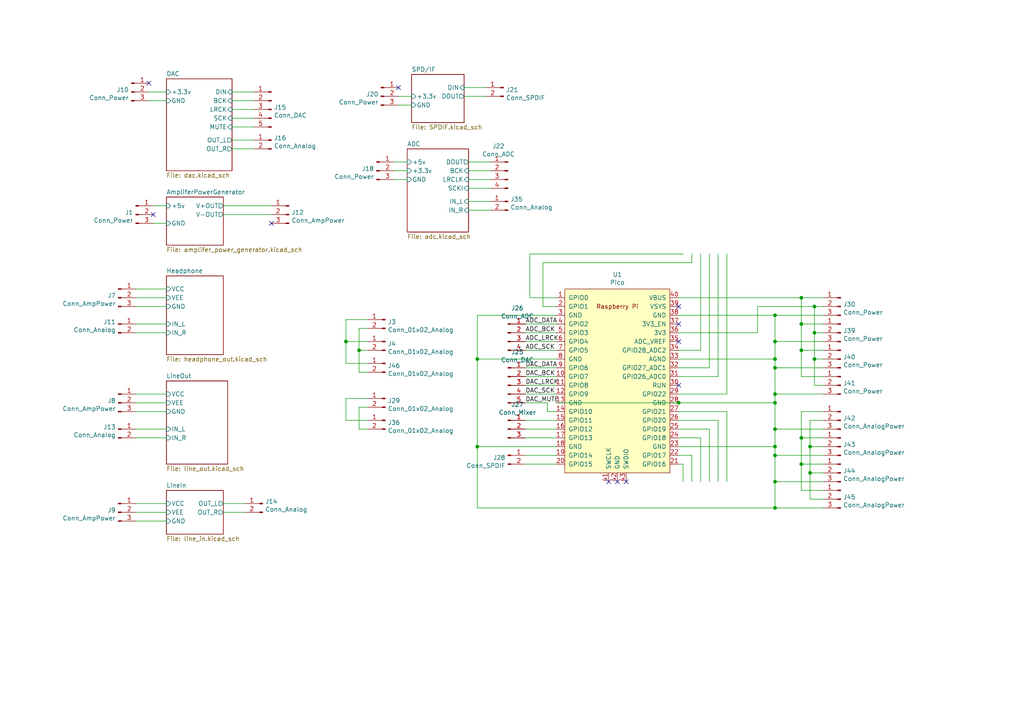
<source format=kicad_sch>
(kicad_sch (version 20230121) (generator eeschema)

  (uuid d1c9d0ec-7d09-4a8b-b15d-504a9295cae6)

  (paper "A4")

  (lib_symbols
    (symbol "MCU_RaspberryPi_and_Boards:Pico" (pin_names (offset 1.016)) (in_bom yes) (on_board yes)
      (property "Reference" "U" (at -13.97 27.94 0)
        (effects (font (size 1.27 1.27)))
      )
      (property "Value" "Pico" (at 0 19.05 0)
        (effects (font (size 1.27 1.27)))
      )
      (property "Footprint" "RPi_Pico:RPi_Pico_SMD_TH" (at 0 0 90)
        (effects (font (size 1.27 1.27)) hide)
      )
      (property "Datasheet" "" (at 0 0 0)
        (effects (font (size 1.27 1.27)) hide)
      )
      (symbol "Pico_0_0"
        (text "Raspberry Pi" (at 0 21.59 0)
          (effects (font (size 1.27 1.27)))
        )
      )
      (symbol "Pico_0_1"
        (rectangle (start -15.24 26.67) (end 15.24 -26.67)
          (stroke (width 0) (type solid))
          (fill (type background))
        )
      )
      (symbol "Pico_1_1"
        (pin bidirectional line (at -17.78 24.13 0) (length 2.54)
          (name "GPIO0" (effects (font (size 1.27 1.27))))
          (number "1" (effects (font (size 1.27 1.27))))
        )
        (pin bidirectional line (at -17.78 1.27 0) (length 2.54)
          (name "GPIO7" (effects (font (size 1.27 1.27))))
          (number "10" (effects (font (size 1.27 1.27))))
        )
        (pin bidirectional line (at -17.78 -1.27 0) (length 2.54)
          (name "GPIO8" (effects (font (size 1.27 1.27))))
          (number "11" (effects (font (size 1.27 1.27))))
        )
        (pin bidirectional line (at -17.78 -3.81 0) (length 2.54)
          (name "GPIO9" (effects (font (size 1.27 1.27))))
          (number "12" (effects (font (size 1.27 1.27))))
        )
        (pin power_in line (at -17.78 -6.35 0) (length 2.54)
          (name "GND" (effects (font (size 1.27 1.27))))
          (number "13" (effects (font (size 1.27 1.27))))
        )
        (pin bidirectional line (at -17.78 -8.89 0) (length 2.54)
          (name "GPIO10" (effects (font (size 1.27 1.27))))
          (number "14" (effects (font (size 1.27 1.27))))
        )
        (pin bidirectional line (at -17.78 -11.43 0) (length 2.54)
          (name "GPIO11" (effects (font (size 1.27 1.27))))
          (number "15" (effects (font (size 1.27 1.27))))
        )
        (pin bidirectional line (at -17.78 -13.97 0) (length 2.54)
          (name "GPIO12" (effects (font (size 1.27 1.27))))
          (number "16" (effects (font (size 1.27 1.27))))
        )
        (pin bidirectional line (at -17.78 -16.51 0) (length 2.54)
          (name "GPIO13" (effects (font (size 1.27 1.27))))
          (number "17" (effects (font (size 1.27 1.27))))
        )
        (pin power_in line (at -17.78 -19.05 0) (length 2.54)
          (name "GND" (effects (font (size 1.27 1.27))))
          (number "18" (effects (font (size 1.27 1.27))))
        )
        (pin bidirectional line (at -17.78 -21.59 0) (length 2.54)
          (name "GPIO14" (effects (font (size 1.27 1.27))))
          (number "19" (effects (font (size 1.27 1.27))))
        )
        (pin bidirectional line (at -17.78 21.59 0) (length 2.54)
          (name "GPIO1" (effects (font (size 1.27 1.27))))
          (number "2" (effects (font (size 1.27 1.27))))
        )
        (pin bidirectional line (at -17.78 -24.13 0) (length 2.54)
          (name "GPIO15" (effects (font (size 1.27 1.27))))
          (number "20" (effects (font (size 1.27 1.27))))
        )
        (pin bidirectional line (at 17.78 -24.13 180) (length 2.54)
          (name "GPIO16" (effects (font (size 1.27 1.27))))
          (number "21" (effects (font (size 1.27 1.27))))
        )
        (pin bidirectional line (at 17.78 -21.59 180) (length 2.54)
          (name "GPIO17" (effects (font (size 1.27 1.27))))
          (number "22" (effects (font (size 1.27 1.27))))
        )
        (pin power_in line (at 17.78 -19.05 180) (length 2.54)
          (name "GND" (effects (font (size 1.27 1.27))))
          (number "23" (effects (font (size 1.27 1.27))))
        )
        (pin bidirectional line (at 17.78 -16.51 180) (length 2.54)
          (name "GPIO18" (effects (font (size 1.27 1.27))))
          (number "24" (effects (font (size 1.27 1.27))))
        )
        (pin bidirectional line (at 17.78 -13.97 180) (length 2.54)
          (name "GPIO19" (effects (font (size 1.27 1.27))))
          (number "25" (effects (font (size 1.27 1.27))))
        )
        (pin bidirectional line (at 17.78 -11.43 180) (length 2.54)
          (name "GPIO20" (effects (font (size 1.27 1.27))))
          (number "26" (effects (font (size 1.27 1.27))))
        )
        (pin bidirectional line (at 17.78 -8.89 180) (length 2.54)
          (name "GPIO21" (effects (font (size 1.27 1.27))))
          (number "27" (effects (font (size 1.27 1.27))))
        )
        (pin power_in line (at 17.78 -6.35 180) (length 2.54)
          (name "GND" (effects (font (size 1.27 1.27))))
          (number "28" (effects (font (size 1.27 1.27))))
        )
        (pin bidirectional line (at 17.78 -3.81 180) (length 2.54)
          (name "GPIO22" (effects (font (size 1.27 1.27))))
          (number "29" (effects (font (size 1.27 1.27))))
        )
        (pin power_in line (at -17.78 19.05 0) (length 2.54)
          (name "GND" (effects (font (size 1.27 1.27))))
          (number "3" (effects (font (size 1.27 1.27))))
        )
        (pin input line (at 17.78 -1.27 180) (length 2.54)
          (name "RUN" (effects (font (size 1.27 1.27))))
          (number "30" (effects (font (size 1.27 1.27))))
        )
        (pin bidirectional line (at 17.78 1.27 180) (length 2.54)
          (name "GPIO26_ADC0" (effects (font (size 1.27 1.27))))
          (number "31" (effects (font (size 1.27 1.27))))
        )
        (pin bidirectional line (at 17.78 3.81 180) (length 2.54)
          (name "GPIO27_ADC1" (effects (font (size 1.27 1.27))))
          (number "32" (effects (font (size 1.27 1.27))))
        )
        (pin power_in line (at 17.78 6.35 180) (length 2.54)
          (name "AGND" (effects (font (size 1.27 1.27))))
          (number "33" (effects (font (size 1.27 1.27))))
        )
        (pin bidirectional line (at 17.78 8.89 180) (length 2.54)
          (name "GPIO28_ADC2" (effects (font (size 1.27 1.27))))
          (number "34" (effects (font (size 1.27 1.27))))
        )
        (pin unspecified line (at 17.78 11.43 180) (length 2.54)
          (name "ADC_VREF" (effects (font (size 1.27 1.27))))
          (number "35" (effects (font (size 1.27 1.27))))
        )
        (pin power_out line (at 17.78 13.97 180) (length 2.54)
          (name "3V3" (effects (font (size 1.27 1.27))))
          (number "36" (effects (font (size 1.27 1.27))))
        )
        (pin input line (at 17.78 16.51 180) (length 2.54)
          (name "3V3_EN" (effects (font (size 1.27 1.27))))
          (number "37" (effects (font (size 1.27 1.27))))
        )
        (pin bidirectional line (at 17.78 19.05 180) (length 2.54)
          (name "GND" (effects (font (size 1.27 1.27))))
          (number "38" (effects (font (size 1.27 1.27))))
        )
        (pin power_out line (at 17.78 21.59 180) (length 2.54)
          (name "VSYS" (effects (font (size 1.27 1.27))))
          (number "39" (effects (font (size 1.27 1.27))))
        )
        (pin bidirectional line (at -17.78 16.51 0) (length 2.54)
          (name "GPIO2" (effects (font (size 1.27 1.27))))
          (number "4" (effects (font (size 1.27 1.27))))
        )
        (pin power_out line (at 17.78 24.13 180) (length 2.54)
          (name "VBUS" (effects (font (size 1.27 1.27))))
          (number "40" (effects (font (size 1.27 1.27))))
        )
        (pin input line (at -2.54 -29.21 90) (length 2.54)
          (name "SWCLK" (effects (font (size 1.27 1.27))))
          (number "41" (effects (font (size 1.27 1.27))))
        )
        (pin power_in line (at 0 -29.21 90) (length 2.54)
          (name "GND" (effects (font (size 1.27 1.27))))
          (number "42" (effects (font (size 1.27 1.27))))
        )
        (pin bidirectional line (at 2.54 -29.21 90) (length 2.54)
          (name "SWDIO" (effects (font (size 1.27 1.27))))
          (number "43" (effects (font (size 1.27 1.27))))
        )
        (pin bidirectional line (at -17.78 13.97 0) (length 2.54)
          (name "GPIO3" (effects (font (size 1.27 1.27))))
          (number "5" (effects (font (size 1.27 1.27))))
        )
        (pin bidirectional line (at -17.78 11.43 0) (length 2.54)
          (name "GPIO4" (effects (font (size 1.27 1.27))))
          (number "6" (effects (font (size 1.27 1.27))))
        )
        (pin bidirectional line (at -17.78 8.89 0) (length 2.54)
          (name "GPIO5" (effects (font (size 1.27 1.27))))
          (number "7" (effects (font (size 1.27 1.27))))
        )
        (pin power_in line (at -17.78 6.35 0) (length 2.54)
          (name "GND" (effects (font (size 1.27 1.27))))
          (number "8" (effects (font (size 1.27 1.27))))
        )
        (pin bidirectional line (at -17.78 3.81 0) (length 2.54)
          (name "GPIO6" (effects (font (size 1.27 1.27))))
          (number "9" (effects (font (size 1.27 1.27))))
        )
      )
    )
    (symbol "usbdac-rescue:Conn_01x02_Male-Connector" (pin_names (offset 1.016) hide) (in_bom yes) (on_board yes)
      (property "Reference" "J" (at 0 2.54 0)
        (effects (font (size 1.27 1.27)))
      )
      (property "Value" "Connector_Conn_01x02_Male" (at 0 -5.08 0)
        (effects (font (size 1.27 1.27)))
      )
      (property "Footprint" "" (at 0 0 0)
        (effects (font (size 1.27 1.27)) hide)
      )
      (property "Datasheet" "" (at 0 0 0)
        (effects (font (size 1.27 1.27)) hide)
      )
      (property "ki_fp_filters" "Connector*:*_1x??_*" (at 0 0 0)
        (effects (font (size 1.27 1.27)) hide)
      )
      (symbol "Conn_01x02_Male-Connector_1_1"
        (polyline
          (pts
            (xy 1.27 -2.54)
            (xy 0.8636 -2.54)
          )
          (stroke (width 0.1524) (type solid))
          (fill (type none))
        )
        (polyline
          (pts
            (xy 1.27 0)
            (xy 0.8636 0)
          )
          (stroke (width 0.1524) (type solid))
          (fill (type none))
        )
        (rectangle (start 0.8636 -2.413) (end 0 -2.667)
          (stroke (width 0.1524) (type solid))
          (fill (type outline))
        )
        (rectangle (start 0.8636 0.127) (end 0 -0.127)
          (stroke (width 0.1524) (type solid))
          (fill (type outline))
        )
        (pin passive line (at 5.08 0 180) (length 3.81)
          (name "Pin_1" (effects (font (size 1.27 1.27))))
          (number "1" (effects (font (size 1.27 1.27))))
        )
        (pin passive line (at 5.08 -2.54 180) (length 3.81)
          (name "Pin_2" (effects (font (size 1.27 1.27))))
          (number "2" (effects (font (size 1.27 1.27))))
        )
      )
    )
    (symbol "usbdac-rescue:Conn_01x03_Male-Connector" (pin_names (offset 1.016) hide) (in_bom yes) (on_board yes)
      (property "Reference" "J" (at 0 5.08 0)
        (effects (font (size 1.27 1.27)))
      )
      (property "Value" "Connector_Conn_01x03_Male" (at 0 -5.08 0)
        (effects (font (size 1.27 1.27)))
      )
      (property "Footprint" "" (at 0 0 0)
        (effects (font (size 1.27 1.27)) hide)
      )
      (property "Datasheet" "" (at 0 0 0)
        (effects (font (size 1.27 1.27)) hide)
      )
      (property "ki_fp_filters" "Connector*:*_1x??_*" (at 0 0 0)
        (effects (font (size 1.27 1.27)) hide)
      )
      (symbol "Conn_01x03_Male-Connector_1_1"
        (polyline
          (pts
            (xy 1.27 -2.54)
            (xy 0.8636 -2.54)
          )
          (stroke (width 0.1524) (type solid))
          (fill (type none))
        )
        (polyline
          (pts
            (xy 1.27 0)
            (xy 0.8636 0)
          )
          (stroke (width 0.1524) (type solid))
          (fill (type none))
        )
        (polyline
          (pts
            (xy 1.27 2.54)
            (xy 0.8636 2.54)
          )
          (stroke (width 0.1524) (type solid))
          (fill (type none))
        )
        (rectangle (start 0.8636 -2.413) (end 0 -2.667)
          (stroke (width 0.1524) (type solid))
          (fill (type outline))
        )
        (rectangle (start 0.8636 0.127) (end 0 -0.127)
          (stroke (width 0.1524) (type solid))
          (fill (type outline))
        )
        (rectangle (start 0.8636 2.667) (end 0 2.413)
          (stroke (width 0.1524) (type solid))
          (fill (type outline))
        )
        (pin passive line (at 5.08 2.54 180) (length 3.81)
          (name "Pin_1" (effects (font (size 1.27 1.27))))
          (number "1" (effects (font (size 1.27 1.27))))
        )
        (pin passive line (at 5.08 0 180) (length 3.81)
          (name "Pin_2" (effects (font (size 1.27 1.27))))
          (number "2" (effects (font (size 1.27 1.27))))
        )
        (pin passive line (at 5.08 -2.54 180) (length 3.81)
          (name "Pin_3" (effects (font (size 1.27 1.27))))
          (number "3" (effects (font (size 1.27 1.27))))
        )
      )
    )
    (symbol "usbdac-rescue:Conn_01x04_Male-Connector" (pin_names (offset 1.016) hide) (in_bom yes) (on_board yes)
      (property "Reference" "J" (at 0 5.08 0)
        (effects (font (size 1.27 1.27)))
      )
      (property "Value" "Connector_Conn_01x04_Male" (at 0 -7.62 0)
        (effects (font (size 1.27 1.27)))
      )
      (property "Footprint" "" (at 0 0 0)
        (effects (font (size 1.27 1.27)) hide)
      )
      (property "Datasheet" "" (at 0 0 0)
        (effects (font (size 1.27 1.27)) hide)
      )
      (property "ki_fp_filters" "Connector*:*_1x??_*" (at 0 0 0)
        (effects (font (size 1.27 1.27)) hide)
      )
      (symbol "Conn_01x04_Male-Connector_1_1"
        (polyline
          (pts
            (xy 1.27 -5.08)
            (xy 0.8636 -5.08)
          )
          (stroke (width 0.1524) (type solid))
          (fill (type none))
        )
        (polyline
          (pts
            (xy 1.27 -2.54)
            (xy 0.8636 -2.54)
          )
          (stroke (width 0.1524) (type solid))
          (fill (type none))
        )
        (polyline
          (pts
            (xy 1.27 0)
            (xy 0.8636 0)
          )
          (stroke (width 0.1524) (type solid))
          (fill (type none))
        )
        (polyline
          (pts
            (xy 1.27 2.54)
            (xy 0.8636 2.54)
          )
          (stroke (width 0.1524) (type solid))
          (fill (type none))
        )
        (rectangle (start 0.8636 -4.953) (end 0 -5.207)
          (stroke (width 0.1524) (type solid))
          (fill (type outline))
        )
        (rectangle (start 0.8636 -2.413) (end 0 -2.667)
          (stroke (width 0.1524) (type solid))
          (fill (type outline))
        )
        (rectangle (start 0.8636 0.127) (end 0 -0.127)
          (stroke (width 0.1524) (type solid))
          (fill (type outline))
        )
        (rectangle (start 0.8636 2.667) (end 0 2.413)
          (stroke (width 0.1524) (type solid))
          (fill (type outline))
        )
        (pin passive line (at 5.08 2.54 180) (length 3.81)
          (name "Pin_1" (effects (font (size 1.27 1.27))))
          (number "1" (effects (font (size 1.27 1.27))))
        )
        (pin passive line (at 5.08 0 180) (length 3.81)
          (name "Pin_2" (effects (font (size 1.27 1.27))))
          (number "2" (effects (font (size 1.27 1.27))))
        )
        (pin passive line (at 5.08 -2.54 180) (length 3.81)
          (name "Pin_3" (effects (font (size 1.27 1.27))))
          (number "3" (effects (font (size 1.27 1.27))))
        )
        (pin passive line (at 5.08 -5.08 180) (length 3.81)
          (name "Pin_4" (effects (font (size 1.27 1.27))))
          (number "4" (effects (font (size 1.27 1.27))))
        )
      )
    )
    (symbol "usbdac-rescue:Conn_01x05_Male-Connector" (pin_names (offset 1.016) hide) (in_bom yes) (on_board yes)
      (property "Reference" "J" (at 0 7.62 0)
        (effects (font (size 1.27 1.27)))
      )
      (property "Value" "Connector_Conn_01x05_Male" (at 0 -7.62 0)
        (effects (font (size 1.27 1.27)))
      )
      (property "Footprint" "" (at 0 0 0)
        (effects (font (size 1.27 1.27)) hide)
      )
      (property "Datasheet" "" (at 0 0 0)
        (effects (font (size 1.27 1.27)) hide)
      )
      (property "ki_fp_filters" "Connector*:*_1x??_*" (at 0 0 0)
        (effects (font (size 1.27 1.27)) hide)
      )
      (symbol "Conn_01x05_Male-Connector_1_1"
        (polyline
          (pts
            (xy 1.27 -5.08)
            (xy 0.8636 -5.08)
          )
          (stroke (width 0.1524) (type solid))
          (fill (type none))
        )
        (polyline
          (pts
            (xy 1.27 -2.54)
            (xy 0.8636 -2.54)
          )
          (stroke (width 0.1524) (type solid))
          (fill (type none))
        )
        (polyline
          (pts
            (xy 1.27 0)
            (xy 0.8636 0)
          )
          (stroke (width 0.1524) (type solid))
          (fill (type none))
        )
        (polyline
          (pts
            (xy 1.27 2.54)
            (xy 0.8636 2.54)
          )
          (stroke (width 0.1524) (type solid))
          (fill (type none))
        )
        (polyline
          (pts
            (xy 1.27 5.08)
            (xy 0.8636 5.08)
          )
          (stroke (width 0.1524) (type solid))
          (fill (type none))
        )
        (rectangle (start 0.8636 -4.953) (end 0 -5.207)
          (stroke (width 0.1524) (type solid))
          (fill (type outline))
        )
        (rectangle (start 0.8636 -2.413) (end 0 -2.667)
          (stroke (width 0.1524) (type solid))
          (fill (type outline))
        )
        (rectangle (start 0.8636 0.127) (end 0 -0.127)
          (stroke (width 0.1524) (type solid))
          (fill (type outline))
        )
        (rectangle (start 0.8636 2.667) (end 0 2.413)
          (stroke (width 0.1524) (type solid))
          (fill (type outline))
        )
        (rectangle (start 0.8636 5.207) (end 0 4.953)
          (stroke (width 0.1524) (type solid))
          (fill (type outline))
        )
        (pin passive line (at 5.08 5.08 180) (length 3.81)
          (name "Pin_1" (effects (font (size 1.27 1.27))))
          (number "1" (effects (font (size 1.27 1.27))))
        )
        (pin passive line (at 5.08 2.54 180) (length 3.81)
          (name "Pin_2" (effects (font (size 1.27 1.27))))
          (number "2" (effects (font (size 1.27 1.27))))
        )
        (pin passive line (at 5.08 0 180) (length 3.81)
          (name "Pin_3" (effects (font (size 1.27 1.27))))
          (number "3" (effects (font (size 1.27 1.27))))
        )
        (pin passive line (at 5.08 -2.54 180) (length 3.81)
          (name "Pin_4" (effects (font (size 1.27 1.27))))
          (number "4" (effects (font (size 1.27 1.27))))
        )
        (pin passive line (at 5.08 -5.08 180) (length 3.81)
          (name "Pin_5" (effects (font (size 1.27 1.27))))
          (number "5" (effects (font (size 1.27 1.27))))
        )
      )
    )
  )

  (junction (at 224.79 114.3) (diameter 0) (color 0 0 0 0)
    (uuid 11dacdd3-8277-4321-b4dd-5d9859ce76ce)
  )
  (junction (at 104.14 101.6) (diameter 0) (color 0 0 0 0)
    (uuid 14d84076-3437-47d1-9fd7-a62ae08fdea4)
  )
  (junction (at 234.95 137.16) (diameter 0) (color 0 0 0 0)
    (uuid 25b87b4a-9ccd-4f7e-aa25-67851285fd96)
  )
  (junction (at 224.79 106.68) (diameter 0) (color 0 0 0 0)
    (uuid 2a519716-4940-49d1-9581-c10baae35b3b)
  )
  (junction (at 224.79 147.32) (diameter 0) (color 0 0 0 0)
    (uuid 453879be-11c5-49c8-9338-d1e86cef9432)
  )
  (junction (at 232.41 127) (diameter 0) (color 0 0 0 0)
    (uuid 49dae262-f315-4e15-983a-3dd82d5c9ffc)
  )
  (junction (at 224.79 104.14) (diameter 0) (color 0 0 0 0)
    (uuid 6153542a-a8ce-422b-84db-e351521e92ce)
  )
  (junction (at 224.79 132.08) (diameter 0) (color 0 0 0 0)
    (uuid 64f2ccfc-6e96-4bda-a84a-cfc5dca0f77d)
  )
  (junction (at 232.41 93.98) (diameter 0) (color 0 0 0 0)
    (uuid 78ef75c3-b451-499c-92ef-b4c364349193)
  )
  (junction (at 224.79 129.54) (diameter 0) (color 0 0 0 0)
    (uuid 7b84d89e-39b7-4c26-afbe-376edba5b3d1)
  )
  (junction (at 232.41 134.62) (diameter 0) (color 0 0 0 0)
    (uuid 88509faa-ee60-4ae8-b50b-6387b9c67dfe)
  )
  (junction (at 232.41 101.6) (diameter 0) (color 0 0 0 0)
    (uuid 8ee3fc0a-bd4d-4037-b024-c507445a4c99)
  )
  (junction (at 224.79 116.84) (diameter 0) (color 0 0 0 0)
    (uuid 9193aa59-7630-417e-a1b0-64018db292d6)
  )
  (junction (at 138.43 104.14) (diameter 0) (color 0 0 0 0)
    (uuid 9b42b354-9314-4c96-b833-47a08e1543cf)
  )
  (junction (at 236.22 88.9) (diameter 0) (color 0 0 0 0)
    (uuid 9db02353-2b6c-4e73-ac36-f08f4e2a88ac)
  )
  (junction (at 234.95 129.54) (diameter 0) (color 0 0 0 0)
    (uuid ac270444-ac98-4ec9-bd1b-0cc7038a54ce)
  )
  (junction (at 224.79 99.06) (diameter 0) (color 0 0 0 0)
    (uuid ae89a48e-3269-4124-a598-5a44e3b32576)
  )
  (junction (at 224.79 124.46) (diameter 0) (color 0 0 0 0)
    (uuid c15fe596-8a15-4459-bae7-05c65b67ac2f)
  )
  (junction (at 196.85 116.84) (diameter 0) (color 0 0 0 0)
    (uuid c2406d80-8b7f-49ba-8102-1420a9f9e8e3)
  )
  (junction (at 138.43 129.54) (diameter 0) (color 0 0 0 0)
    (uuid cd8d89cb-79a4-440e-ba6d-e08f1862833f)
  )
  (junction (at 224.79 91.44) (diameter 0) (color 0 0 0 0)
    (uuid cdd8f1aa-5ca5-4e82-9479-3cb0da283b1e)
  )
  (junction (at 100.33 99.06) (diameter 0) (color 0 0 0 0)
    (uuid d0ecc5c0-3cb4-4632-b7e3-eb6175e8e55d)
  )
  (junction (at 236.22 96.52) (diameter 0) (color 0 0 0 0)
    (uuid d9187980-ff54-4617-90cb-5195fd55c1dd)
  )
  (junction (at 224.79 139.7) (diameter 0) (color 0 0 0 0)
    (uuid dd3d21c5-4caa-4fd6-8f81-46a3aaf546aa)
  )
  (junction (at 232.41 86.36) (diameter 0) (color 0 0 0 0)
    (uuid efb07600-598a-48c0-b93b-6b60a4869036)
  )
  (junction (at 236.22 104.14) (diameter 0) (color 0 0 0 0)
    (uuid f5cf425f-800c-4813-82d4-7c2c6676e96a)
  )

  (no_connect (at 196.85 93.98) (uuid 165affda-f137-4902-b70f-f38f5881d761))
  (no_connect (at 181.61 139.7) (uuid 3f996053-c573-4008-8fc6-6dca8704ebcf))
  (no_connect (at 78.74 64.77) (uuid 470b9070-14ea-4a62-8d19-a3ea685e6ccd))
  (no_connect (at 196.85 111.76) (uuid 47f4b5d3-2acd-4274-87d1-e8f32238c956))
  (no_connect (at 115.57 25.4) (uuid 7020dc8b-b5d8-4762-9560-3e387ac4ec71))
  (no_connect (at 43.18 24.13) (uuid a82208e2-e0ae-4168-8838-03cbe6a2cf2a))
  (no_connect (at 176.53 139.7) (uuid a8ecc0df-d5ad-4ab7-9190-0de6d0fd5dfc))
  (no_connect (at 196.85 88.9) (uuid b782e684-fc4b-40e5-a62b-99a5b20bcfe2))
  (no_connect (at 44.45 62.23) (uuid bc9885bc-ca8e-4770-bc36-c75ba930dfd2))
  (no_connect (at 196.85 99.06) (uuid e2c8dbb6-a27b-415c-8e39-da32e6db73b0))
  (no_connect (at 179.07 139.7) (uuid f51e031f-71cc-4058-9480-d699e4699e13))

  (wire (pts (xy 78.74 62.23) (xy 64.77 62.23))
    (stroke (width 0) (type default))
    (uuid 00ef7bc8-d0b7-46d1-9e06-da000cb613fe)
  )
  (wire (pts (xy 238.76 134.62) (xy 232.41 134.62))
    (stroke (width 0) (type default))
    (uuid 0233460f-673b-4f6d-804c-39ff9553a987)
  )
  (wire (pts (xy 196.85 86.36) (xy 232.41 86.36))
    (stroke (width 0) (type default))
    (uuid 02f2912f-3ae9-46c9-8cc6-5ee2bde26403)
  )
  (wire (pts (xy 138.43 129.54) (xy 138.43 147.32))
    (stroke (width 0) (type default))
    (uuid 03d7d3d3-4781-4827-9a01-f81ee2dc7b67)
  )
  (wire (pts (xy 138.43 104.14) (xy 138.43 129.54))
    (stroke (width 0) (type default))
    (uuid 07140f81-c412-4b41-a51e-80b1aa8ee3bb)
  )
  (wire (pts (xy 198.12 134.62) (xy 198.12 139.7))
    (stroke (width 0) (type default))
    (uuid 0742bcc2-c2a3-43b0-8c39-a53393251b34)
  )
  (wire (pts (xy 100.33 92.71) (xy 100.33 99.06))
    (stroke (width 0) (type default))
    (uuid 07d7d4f1-79cf-475e-9e64-70c8e2632e00)
  )
  (wire (pts (xy 161.29 86.36) (xy 153.67 86.36))
    (stroke (width 0) (type default))
    (uuid 0b59de9e-36d1-4e38-a327-aa01c25a0bb4)
  )
  (wire (pts (xy 104.14 95.25) (xy 104.14 101.6))
    (stroke (width 0) (type default))
    (uuid 0b923192-6111-426e-9e40-ab7f197d5b3b)
  )
  (wire (pts (xy 140.97 25.4) (xy 134.62 25.4))
    (stroke (width 0) (type default))
    (uuid 0bf3c925-49b4-4f45-8493-b6e451009281)
  )
  (wire (pts (xy 238.76 147.32) (xy 224.79 147.32))
    (stroke (width 0) (type default))
    (uuid 0c698287-2674-40a5-b817-96452f3d2a2b)
  )
  (wire (pts (xy 238.76 127) (xy 232.41 127))
    (stroke (width 0) (type default))
    (uuid 0ee6e651-6e08-4e0c-9b38-46536e0b8ce8)
  )
  (wire (pts (xy 238.76 104.14) (xy 236.22 104.14))
    (stroke (width 0) (type default))
    (uuid 0fdb8924-5436-461d-88ab-0812449929dd)
  )
  (wire (pts (xy 134.62 27.94) (xy 140.97 27.94))
    (stroke (width 0) (type default))
    (uuid 11e67aa2-2896-4da1-b194-d21dac22447c)
  )
  (wire (pts (xy 210.82 114.3) (xy 210.82 73.66))
    (stroke (width 0) (type default))
    (uuid 121115dd-cad3-49ba-98d6-685bb7a25c5f)
  )
  (wire (pts (xy 48.26 146.05) (xy 39.37 146.05))
    (stroke (width 0) (type default))
    (uuid 14a6b65f-b8b7-4b6c-9856-ab0eb598806b)
  )
  (wire (pts (xy 64.77 59.69) (xy 78.74 59.69))
    (stroke (width 0) (type default))
    (uuid 157fb2a6-621c-48d7-9bbb-e4758de8c4e5)
  )
  (wire (pts (xy 104.14 124.46) (xy 106.68 124.46))
    (stroke (width 0) (type default))
    (uuid 16b8c15b-d970-4877-9ab1-223ce5a7219d)
  )
  (wire (pts (xy 104.14 107.95) (xy 106.68 107.95))
    (stroke (width 0) (type default))
    (uuid 18952838-8bab-48a9-9394-68389453443e)
  )
  (wire (pts (xy 106.68 101.6) (xy 104.14 101.6))
    (stroke (width 0) (type default))
    (uuid 18ae8284-c644-400a-aad6-52c7c66879db)
  )
  (wire (pts (xy 224.79 132.08) (xy 224.79 139.7))
    (stroke (width 0) (type default))
    (uuid 193f0601-8e98-4434-b7c3-23dd8df5c91b)
  )
  (wire (pts (xy 208.28 121.92) (xy 208.28 139.7))
    (stroke (width 0) (type default))
    (uuid 1ae5a08a-8d76-4e16-8770-fa71c33d0f63)
  )
  (wire (pts (xy 73.66 36.83) (xy 67.31 36.83))
    (stroke (width 0) (type default))
    (uuid 1da2aa59-4f0a-4c79-82d2-7eb5303e520d)
  )
  (wire (pts (xy 39.37 116.84) (xy 48.26 116.84))
    (stroke (width 0) (type default))
    (uuid 1decc9e4-2e21-4f88-a2f0-e00cf9607b17)
  )
  (wire (pts (xy 234.95 121.92) (xy 234.95 129.54))
    (stroke (width 0) (type default))
    (uuid 1e3d4dcf-15a1-4056-ad14-647ef90d91ac)
  )
  (wire (pts (xy 238.76 119.38) (xy 232.41 119.38))
    (stroke (width 0) (type default))
    (uuid 1f3d5c94-df84-4043-9011-85af87ad28e3)
  )
  (wire (pts (xy 196.85 104.14) (xy 224.79 104.14))
    (stroke (width 0) (type default))
    (uuid 2588e03c-57ab-44b3-a6c1-845d0d87563c)
  )
  (wire (pts (xy 232.41 109.22) (xy 238.76 109.22))
    (stroke (width 0) (type default))
    (uuid 27f4a27a-097e-49b8-9888-b0c28e41ed24)
  )
  (wire (pts (xy 238.76 93.98) (xy 232.41 93.98))
    (stroke (width 0) (type default))
    (uuid 2cc7fbb5-eccb-4b92-bf02-1ddb7833c991)
  )
  (wire (pts (xy 48.26 59.69) (xy 44.45 59.69))
    (stroke (width 0) (type default))
    (uuid 2f4c1f41-e7c2-4bef-bfdb-640fb5dabf40)
  )
  (wire (pts (xy 234.95 129.54) (xy 234.95 137.16))
    (stroke (width 0) (type default))
    (uuid 30097b93-bf76-4416-9a9c-9559a154c6d3)
  )
  (wire (pts (xy 236.22 96.52) (xy 236.22 88.9))
    (stroke (width 0) (type default))
    (uuid 30a9bd2a-80db-4673-a91e-daeba030febe)
  )
  (wire (pts (xy 152.4 116.84) (xy 158.75 116.84))
    (stroke (width 0) (type default))
    (uuid 31fe6f5d-a5af-4aff-aaca-24c6720f7c33)
  )
  (wire (pts (xy 152.4 96.52) (xy 161.29 96.52))
    (stroke (width 0) (type default))
    (uuid 35a6cd10-eca5-4721-9ec8-29c3fbb22a84)
  )
  (wire (pts (xy 224.79 129.54) (xy 224.79 132.08))
    (stroke (width 0) (type default))
    (uuid 35ba8439-4d39-40df-b179-9f3e96a739a8)
  )
  (wire (pts (xy 208.28 109.22) (xy 196.85 109.22))
    (stroke (width 0) (type default))
    (uuid 375e01b8-e822-47bd-9317-53e8e7154a2d)
  )
  (wire (pts (xy 196.85 114.3) (xy 210.82 114.3))
    (stroke (width 0) (type default))
    (uuid 37711f81-a0e2-4cfa-a4ec-2c913728f0d0)
  )
  (wire (pts (xy 232.41 86.36) (xy 238.76 86.36))
    (stroke (width 0) (type default))
    (uuid 39bc5298-67fe-4910-bd32-7d5e9f82ec4b)
  )
  (wire (pts (xy 161.29 104.14) (xy 138.43 104.14))
    (stroke (width 0) (type default))
    (uuid 3b62b693-0360-43d4-8821-a228932359c8)
  )
  (wire (pts (xy 106.68 115.57) (xy 100.33 115.57))
    (stroke (width 0) (type default))
    (uuid 3c73e539-aa74-4a53-8f7d-7517bda9beb8)
  )
  (wire (pts (xy 104.14 118.11) (xy 104.14 124.46))
    (stroke (width 0) (type default))
    (uuid 3d26b9a4-f52a-4cef-987b-b97c4f2a4cc3)
  )
  (wire (pts (xy 158.75 119.38) (xy 161.29 119.38))
    (stroke (width 0) (type default))
    (uuid 3d46d24b-4e01-4464-8273-b3382a3cbc86)
  )
  (wire (pts (xy 39.37 93.98) (xy 48.26 93.98))
    (stroke (width 0) (type default))
    (uuid 3d5353d4-9c48-40a2-bf6f-3b10e8097c71)
  )
  (wire (pts (xy 119.38 30.48) (xy 115.57 30.48))
    (stroke (width 0) (type default))
    (uuid 3f59f0ba-c105-4d6e-9664-b5caad40c2a2)
  )
  (wire (pts (xy 196.85 106.68) (xy 205.74 106.68))
    (stroke (width 0) (type default))
    (uuid 4073cd7a-62ba-4f90-a835-d7a8c148e228)
  )
  (wire (pts (xy 48.26 151.13) (xy 39.37 151.13))
    (stroke (width 0) (type default))
    (uuid 408aae51-e086-4026-9961-b5c4664fa3ad)
  )
  (wire (pts (xy 196.85 119.38) (xy 210.82 119.38))
    (stroke (width 0) (type default))
    (uuid 45526c9d-051d-4060-b06f-e686e44268f2)
  )
  (wire (pts (xy 142.24 52.07) (xy 135.89 52.07))
    (stroke (width 0) (type default))
    (uuid 4722d9ca-be7c-4be3-bfdb-5ce08271c114)
  )
  (wire (pts (xy 236.22 111.76) (xy 236.22 104.14))
    (stroke (width 0) (type default))
    (uuid 49c87249-c641-40a8-bd4b-b5af95178487)
  )
  (wire (pts (xy 43.18 29.21) (xy 48.26 29.21))
    (stroke (width 0) (type default))
    (uuid 4d162213-4f22-4dc8-8919-d61e45eaa453)
  )
  (wire (pts (xy 157.48 88.9) (xy 157.48 76.2))
    (stroke (width 0) (type default))
    (uuid 4d242aaa-69fd-4dc0-9480-f49abbafc76d)
  )
  (wire (pts (xy 238.76 132.08) (xy 224.79 132.08))
    (stroke (width 0) (type default))
    (uuid 4df75c61-2f7a-4cd4-ba7e-1195235fee03)
  )
  (wire (pts (xy 238.76 121.92) (xy 234.95 121.92))
    (stroke (width 0) (type default))
    (uuid 4e20f9f6-f8a2-4bb9-b9d2-5b6775404340)
  )
  (wire (pts (xy 73.66 31.75) (xy 67.31 31.75))
    (stroke (width 0) (type default))
    (uuid 4ff979da-d627-496a-a920-a4a304980ff9)
  )
  (wire (pts (xy 64.77 146.05) (xy 71.12 146.05))
    (stroke (width 0) (type default))
    (uuid 4ffc1a04-fd07-4d13-a519-b58b68067280)
  )
  (wire (pts (xy 158.75 116.84) (xy 158.75 119.38))
    (stroke (width 0) (type default))
    (uuid 52f74fbc-752a-40e2-9732-1ca310141406)
  )
  (wire (pts (xy 48.26 26.67) (xy 43.18 26.67))
    (stroke (width 0) (type default))
    (uuid 5520d06d-dee7-4709-8fe7-cc3252ada6a6)
  )
  (wire (pts (xy 135.89 54.61) (xy 142.24 54.61))
    (stroke (width 0) (type default))
    (uuid 556b9862-b514-4b6a-bfeb-c4c35b44163c)
  )
  (wire (pts (xy 161.29 106.68) (xy 152.4 106.68))
    (stroke (width 0) (type default))
    (uuid 5614da8f-533b-4eae-9464-0e39a5965c87)
  )
  (wire (pts (xy 44.45 64.77) (xy 48.26 64.77))
    (stroke (width 0) (type default))
    (uuid 564663b4-4b9b-42cf-9aa6-6d66b36437f6)
  )
  (wire (pts (xy 39.37 124.46) (xy 48.26 124.46))
    (stroke (width 0) (type default))
    (uuid 570b1111-6b97-4b13-be34-017fa1c1bb32)
  )
  (wire (pts (xy 200.66 132.08) (xy 200.66 139.7))
    (stroke (width 0) (type default))
    (uuid 57e71338-62b0-4737-bef9-fe6473705c1f)
  )
  (wire (pts (xy 161.29 127) (xy 152.4 127))
    (stroke (width 0) (type default))
    (uuid 5913e6e7-8252-4458-a729-78628851b0f1)
  )
  (wire (pts (xy 238.76 106.68) (xy 224.79 106.68))
    (stroke (width 0) (type default))
    (uuid 5b05bebe-998b-4216-a9de-46722e3149ae)
  )
  (wire (pts (xy 152.4 134.62) (xy 161.29 134.62))
    (stroke (width 0) (type default))
    (uuid 608cd84d-894e-4c19-b780-4bb6db697efb)
  )
  (wire (pts (xy 232.41 86.36) (xy 232.41 93.98))
    (stroke (width 0) (type default))
    (uuid 64d0c062-8e76-440c-9ab0-c353e64dd2c0)
  )
  (wire (pts (xy 238.76 99.06) (xy 224.79 99.06))
    (stroke (width 0) (type default))
    (uuid 698ca01a-99fc-4d36-9907-51e7c9c635e2)
  )
  (wire (pts (xy 67.31 43.18) (xy 73.66 43.18))
    (stroke (width 0) (type default))
    (uuid 6d9ea772-2034-40e5-89bf-6ef337f51ee4)
  )
  (wire (pts (xy 100.33 121.92) (xy 106.68 121.92))
    (stroke (width 0) (type default))
    (uuid 7064f45c-45cc-4421-99b3-08f39df7e404)
  )
  (wire (pts (xy 196.85 132.08) (xy 200.66 132.08))
    (stroke (width 0) (type default))
    (uuid 7156296d-1edc-400a-a0e7-f05651840d1a)
  )
  (wire (pts (xy 39.37 148.59) (xy 48.26 148.59))
    (stroke (width 0) (type default))
    (uuid 717893e3-aa56-4f44-8888-49724ab6389b)
  )
  (wire (pts (xy 224.79 114.3) (xy 224.79 116.84))
    (stroke (width 0) (type default))
    (uuid 72b98e06-8234-4319-a6de-9cf25f08673a)
  )
  (wire (pts (xy 138.43 147.32) (xy 224.79 147.32))
    (stroke (width 0) (type default))
    (uuid 72c42dc7-1788-41cf-bbfb-7ce600427ac6)
  )
  (wire (pts (xy 203.2 101.6) (xy 196.85 101.6))
    (stroke (width 0) (type default))
    (uuid 734588f9-0e12-488a-8732-b0dbbfc0c112)
  )
  (wire (pts (xy 205.74 106.68) (xy 205.74 73.66))
    (stroke (width 0) (type default))
    (uuid 73db45bb-b993-49b8-83ed-1debe8d68666)
  )
  (wire (pts (xy 236.22 104.14) (xy 236.22 96.52))
    (stroke (width 0) (type default))
    (uuid 746a4ebd-e3cf-432b-8ef6-efbb5b746b26)
  )
  (wire (pts (xy 73.66 26.67) (xy 67.31 26.67))
    (stroke (width 0) (type default))
    (uuid 76583166-0e86-4f0c-b9a5-3572efc35812)
  )
  (wire (pts (xy 100.33 99.06) (xy 100.33 105.41))
    (stroke (width 0) (type default))
    (uuid 7c386efd-b9b3-4736-a0f8-86de964c0e4f)
  )
  (wire (pts (xy 232.41 134.62) (xy 232.41 142.24))
    (stroke (width 0) (type default))
    (uuid 8079f64b-9818-402c-a49d-d287ee97668e)
  )
  (wire (pts (xy 48.26 88.9) (xy 39.37 88.9))
    (stroke (width 0) (type default))
    (uuid 80caceae-2860-4209-9266-48d158cfc1be)
  )
  (wire (pts (xy 48.26 119.38) (xy 39.37 119.38))
    (stroke (width 0) (type default))
    (uuid 845f8a21-4f9f-4cd7-aced-cb1e432e0b0a)
  )
  (wire (pts (xy 152.4 124.46) (xy 161.29 124.46))
    (stroke (width 0) (type default))
    (uuid 852281f8-ccd7-4cfe-be4f-1046b81198cc)
  )
  (wire (pts (xy 106.68 99.06) (xy 100.33 99.06))
    (stroke (width 0) (type default))
    (uuid 85af7db4-9c28-46b9-b602-7e0bb3a8f0ce)
  )
  (wire (pts (xy 161.29 121.92) (xy 152.4 121.92))
    (stroke (width 0) (type default))
    (uuid 86a20421-2e1c-4675-9086-10170428904c)
  )
  (wire (pts (xy 234.95 137.16) (xy 234.95 144.78))
    (stroke (width 0) (type default))
    (uuid 8a1a14ed-21a4-4791-9d1a-6ed95866e4f4)
  )
  (wire (pts (xy 115.57 27.94) (xy 119.38 27.94))
    (stroke (width 0) (type default))
    (uuid 8b4ab083-38c0-4184-ac8a-12a76603106d)
  )
  (wire (pts (xy 153.67 73.66) (xy 198.12 73.66))
    (stroke (width 0) (type default))
    (uuid 8b92b7bc-7d3d-419c-90ce-c78522e0bff3)
  )
  (wire (pts (xy 73.66 40.64) (xy 67.31 40.64))
    (stroke (width 0) (type default))
    (uuid 8dec1c4d-7460-44e0-98b4-bbb0c1852fa2)
  )
  (wire (pts (xy 67.31 29.21) (xy 73.66 29.21))
    (stroke (width 0) (type default))
    (uuid 8eed8ce5-74e1-4514-bc6f-9feddf8fc55c)
  )
  (wire (pts (xy 232.41 127) (xy 232.41 134.62))
    (stroke (width 0) (type default))
    (uuid 94084161-b58c-41ed-b645-315db6a8e689)
  )
  (wire (pts (xy 106.68 118.11) (xy 104.14 118.11))
    (stroke (width 0) (type default))
    (uuid 94a54ab2-7683-44f8-8290-fa394c28c7f3)
  )
  (wire (pts (xy 232.41 93.98) (xy 232.41 101.6))
    (stroke (width 0) (type default))
    (uuid 9543f04b-f137-45b2-b798-0221905059a2)
  )
  (wire (pts (xy 224.79 116.84) (xy 224.79 124.46))
    (stroke (width 0) (type default))
    (uuid 971c22a9-487e-492f-a5b8-e8b423fb16c7)
  )
  (wire (pts (xy 100.33 105.41) (xy 106.68 105.41))
    (stroke (width 0) (type default))
    (uuid 97348906-a873-4fe0-bfa0-e19f8b331161)
  )
  (wire (pts (xy 238.76 114.3) (xy 224.79 114.3))
    (stroke (width 0) (type default))
    (uuid 982fc7ef-69f0-44d1-88f6-2a910dce6221)
  )
  (wire (pts (xy 142.24 46.99) (xy 135.89 46.99))
    (stroke (width 0) (type default))
    (uuid 98febbe1-1241-49ad-ba25-3184ac81eefe)
  )
  (wire (pts (xy 196.85 129.54) (xy 224.79 129.54))
    (stroke (width 0) (type default))
    (uuid 9bf6fa40-7c32-4e07-bbb2-ec2fdafc0436)
  )
  (wire (pts (xy 200.66 76.2) (xy 200.66 73.66))
    (stroke (width 0) (type default))
    (uuid 9ce2284f-38da-44b9-8d99-f08118c5abfe)
  )
  (wire (pts (xy 203.2 73.66) (xy 203.2 101.6))
    (stroke (width 0) (type default))
    (uuid 9ceedaa5-77c3-46d1-bd2f-30af552103db)
  )
  (wire (pts (xy 48.26 83.82) (xy 39.37 83.82))
    (stroke (width 0) (type default))
    (uuid 9e4fbf74-e3a4-413c-9fdf-88672ee5962c)
  )
  (wire (pts (xy 196.85 124.46) (xy 205.74 124.46))
    (stroke (width 0) (type default))
    (uuid 9e9e4f20-a74e-4dd6-a3cc-37407814077c)
  )
  (wire (pts (xy 39.37 86.36) (xy 48.26 86.36))
    (stroke (width 0) (type default))
    (uuid 9f24e69b-f846-4eef-9085-93fac259cdc9)
  )
  (wire (pts (xy 224.79 99.06) (xy 224.79 104.14))
    (stroke (width 0) (type default))
    (uuid a1ac478b-d557-4cb5-8c25-1bf7192c7244)
  )
  (wire (pts (xy 161.29 93.98) (xy 152.4 93.98))
    (stroke (width 0) (type default))
    (uuid a2509373-10da-42ba-b97d-4d5b797122e5)
  )
  (wire (pts (xy 114.3 46.99) (xy 118.11 46.99))
    (stroke (width 0) (type default))
    (uuid a302744b-88c2-42c0-b018-238a8ba21b13)
  )
  (wire (pts (xy 196.85 91.44) (xy 224.79 91.44))
    (stroke (width 0) (type default))
    (uuid a5f82cba-49f6-4a09-bc12-2eb72d2ff016)
  )
  (wire (pts (xy 196.85 134.62) (xy 198.12 134.62))
    (stroke (width 0) (type default))
    (uuid a787689d-1bab-4756-82f5-73d74b501e8e)
  )
  (wire (pts (xy 118.11 49.53) (xy 114.3 49.53))
    (stroke (width 0) (type default))
    (uuid a94e93cf-2314-4309-819e-dda350d296b2)
  )
  (wire (pts (xy 203.2 127) (xy 203.2 139.7))
    (stroke (width 0) (type default))
    (uuid ad008623-1d86-415e-8c4e-d57371de9abc)
  )
  (wire (pts (xy 196.85 116.84) (xy 224.79 116.84))
    (stroke (width 0) (type default))
    (uuid b003b043-85dc-4b58-bd56-cd1f5921f429)
  )
  (wire (pts (xy 114.3 52.07) (xy 118.11 52.07))
    (stroke (width 0) (type default))
    (uuid b24df60e-3c48-4a11-a1df-086080005211)
  )
  (wire (pts (xy 224.79 104.14) (xy 224.79 106.68))
    (stroke (width 0) (type default))
    (uuid b3e0ffb8-1c73-4e21-8240-f12252ba42b3)
  )
  (wire (pts (xy 161.29 116.84) (xy 196.85 116.84))
    (stroke (width 0) (type default))
    (uuid b42ec580-374f-48ac-99ca-77955fa27a6e)
  )
  (wire (pts (xy 196.85 121.92) (xy 208.28 121.92))
    (stroke (width 0) (type default))
    (uuid b4a55bfb-e6d7-4218-9100-b362e35d5cc1)
  )
  (wire (pts (xy 232.41 119.38) (xy 232.41 127))
    (stroke (width 0) (type default))
    (uuid b6a9e134-e337-4d22-bd33-fbc8df166835)
  )
  (wire (pts (xy 106.68 92.71) (xy 100.33 92.71))
    (stroke (width 0) (type default))
    (uuid b84947c7-73d2-4ff7-8d4c-ccf630eb888b)
  )
  (wire (pts (xy 236.22 88.9) (xy 238.76 88.9))
    (stroke (width 0) (type default))
    (uuid b8cea4bd-bac7-4a62-b5e5-1deb55d7b0b5)
  )
  (wire (pts (xy 232.41 142.24) (xy 238.76 142.24))
    (stroke (width 0) (type default))
    (uuid b8df9e6c-db05-4f8a-8533-ca87ae999078)
  )
  (wire (pts (xy 48.26 114.3) (xy 39.37 114.3))
    (stroke (width 0) (type default))
    (uuid bbf3c4f0-2ba3-42c6-91b0-87c0cf5efa51)
  )
  (wire (pts (xy 238.76 124.46) (xy 224.79 124.46))
    (stroke (width 0) (type default))
    (uuid bfc1f623-8a8a-4ffa-81f4-b21fa4158989)
  )
  (wire (pts (xy 100.33 115.57) (xy 100.33 121.92))
    (stroke (width 0) (type default))
    (uuid bfe430c7-b403-4b88-883b-5df1e9aa1256)
  )
  (wire (pts (xy 157.48 76.2) (xy 200.66 76.2))
    (stroke (width 0) (type default))
    (uuid c088c0e4-23d6-4ac0-93e7-1e00f23e7377)
  )
  (wire (pts (xy 153.67 86.36) (xy 153.67 73.66))
    (stroke (width 0) (type default))
    (uuid c10ae07b-7f17-43c7-9ccf-56ec0d2be91a)
  )
  (wire (pts (xy 152.4 109.22) (xy 161.29 109.22))
    (stroke (width 0) (type default))
    (uuid c3453817-2e56-41aa-9d65-0b182e1b0b77)
  )
  (wire (pts (xy 71.12 148.59) (xy 64.77 148.59))
    (stroke (width 0) (type default))
    (uuid c3b04d37-711a-401a-a834-823476db51c2)
  )
  (wire (pts (xy 48.26 127) (xy 39.37 127))
    (stroke (width 0) (type default))
    (uuid c4875e43-57a1-4bf9-b861-fe57577e883b)
  )
  (wire (pts (xy 238.76 137.16) (xy 234.95 137.16))
    (stroke (width 0) (type default))
    (uuid c6b61418-e71c-4de4-a065-cc9246a9c55f)
  )
  (wire (pts (xy 224.79 91.44) (xy 238.76 91.44))
    (stroke (width 0) (type default))
    (uuid c71c8123-db04-43ef-bddc-abe50c613a0d)
  )
  (wire (pts (xy 224.79 124.46) (xy 224.79 129.54))
    (stroke (width 0) (type default))
    (uuid c73f8859-3f4b-4c42-b408-5d073f0acb06)
  )
  (wire (pts (xy 234.95 144.78) (xy 238.76 144.78))
    (stroke (width 0) (type default))
    (uuid c847d05b-43e5-45f1-b060-7ac62d7801b1)
  )
  (wire (pts (xy 135.89 49.53) (xy 142.24 49.53))
    (stroke (width 0) (type default))
    (uuid c8d195d2-5d2f-4e07-b747-78afd79478ba)
  )
  (wire (pts (xy 238.76 139.7) (xy 224.79 139.7))
    (stroke (width 0) (type default))
    (uuid c91968df-7128-4a5c-b837-ab19869dff34)
  )
  (wire (pts (xy 196.85 127) (xy 203.2 127))
    (stroke (width 0) (type default))
    (uuid c99d35b9-91c9-4377-afe9-eb95776d5a5a)
  )
  (wire (pts (xy 138.43 91.44) (xy 161.29 91.44))
    (stroke (width 0) (type default))
    (uuid c9aa72a5-88b6-45b3-b0c9-a07e21b4c17a)
  )
  (wire (pts (xy 224.79 147.32) (xy 224.79 139.7))
    (stroke (width 0) (type default))
    (uuid cc21d6c3-4402-4540-9e1c-081dbc97f87e)
  )
  (wire (pts (xy 238.76 96.52) (xy 236.22 96.52))
    (stroke (width 0) (type default))
    (uuid d171d467-c5d1-460a-8094-0432e102b38c)
  )
  (wire (pts (xy 238.76 101.6) (xy 232.41 101.6))
    (stroke (width 0) (type default))
    (uuid d24e1f4e-e7d3-49b4-95eb-e94687f7aeb5)
  )
  (wire (pts (xy 219.71 96.52) (xy 219.71 88.9))
    (stroke (width 0) (type default))
    (uuid d32d960f-d41a-436f-b3dc-83300000594f)
  )
  (wire (pts (xy 224.79 91.44) (xy 224.79 99.06))
    (stroke (width 0) (type default))
    (uuid d49e57af-10e6-4fd3-a9b5-b1f9cf1932c6)
  )
  (wire (pts (xy 161.29 99.06) (xy 152.4 99.06))
    (stroke (width 0) (type default))
    (uuid d4b0912b-210f-48a7-834b-161cd664218d)
  )
  (wire (pts (xy 161.29 132.08) (xy 152.4 132.08))
    (stroke (width 0) (type default))
    (uuid d7ce8218-f213-4de4-860b-e68c3e69db64)
  )
  (wire (pts (xy 142.24 60.96) (xy 135.89 60.96))
    (stroke (width 0) (type default))
    (uuid d872f7f5-fc39-428a-8dc3-187c9090c84e)
  )
  (wire (pts (xy 104.14 101.6) (xy 104.14 107.95))
    (stroke (width 0) (type default))
    (uuid d9bd767b-6540-4305-82a8-22aba1f39a1f)
  )
  (wire (pts (xy 238.76 129.54) (xy 234.95 129.54))
    (stroke (width 0) (type default))
    (uuid dad13f59-c672-4331-b96d-33ce582f704b)
  )
  (wire (pts (xy 161.29 129.54) (xy 138.43 129.54))
    (stroke (width 0) (type default))
    (uuid dc23e73d-9393-4e84-ad4e-42d377b6afab)
  )
  (wire (pts (xy 138.43 91.44) (xy 138.43 104.14))
    (stroke (width 0) (type default))
    (uuid dc319e7c-6636-40e9-809e-f768a2fa8211)
  )
  (wire (pts (xy 67.31 34.29) (xy 73.66 34.29))
    (stroke (width 0) (type default))
    (uuid dc689202-049e-4ce0-b458-6d0ab0147d11)
  )
  (wire (pts (xy 196.85 96.52) (xy 219.71 96.52))
    (stroke (width 0) (type default))
    (uuid dcba0030-c47f-4cd1-a103-e80cbf7a2c5f)
  )
  (wire (pts (xy 205.74 124.46) (xy 205.74 139.7))
    (stroke (width 0) (type default))
    (uuid de02525e-d2f1-4387-bfbe-fa64af1289de)
  )
  (wire (pts (xy 39.37 96.52) (xy 48.26 96.52))
    (stroke (width 0) (type default))
    (uuid dee65c05-e0e6-4886-b7f9-fcafce03c7f6)
  )
  (wire (pts (xy 161.29 111.76) (xy 152.4 111.76))
    (stroke (width 0) (type default))
    (uuid df178ae0-fffb-4444-8ea8-f1419c4c09fa)
  )
  (wire (pts (xy 210.82 119.38) (xy 210.82 139.7))
    (stroke (width 0) (type default))
    (uuid e4354937-c3f6-4da5-9fa6-be1cc1701b27)
  )
  (wire (pts (xy 106.68 95.25) (xy 104.14 95.25))
    (stroke (width 0) (type default))
    (uuid e6777854-89d3-486f-80ae-edd3ea7f9ed5)
  )
  (wire (pts (xy 135.89 58.42) (xy 142.24 58.42))
    (stroke (width 0) (type default))
    (uuid ea1ed89f-e88b-4c71-84a1-8ac19730666a)
  )
  (wire (pts (xy 238.76 111.76) (xy 236.22 111.76))
    (stroke (width 0) (type default))
    (uuid f0995f0d-2257-471c-b796-227290ac776b)
  )
  (wire (pts (xy 161.29 88.9) (xy 157.48 88.9))
    (stroke (width 0) (type default))
    (uuid f0b16497-c50c-47e4-b74a-c131bf979e9f)
  )
  (wire (pts (xy 232.41 101.6) (xy 232.41 109.22))
    (stroke (width 0) (type default))
    (uuid f202688d-3e1f-439a-a416-d3358d077c62)
  )
  (wire (pts (xy 224.79 106.68) (xy 224.79 114.3))
    (stroke (width 0) (type default))
    (uuid f214ecb5-71c5-4cb5-915b-dd4c8dca1b6c)
  )
  (wire (pts (xy 208.28 73.66) (xy 208.28 109.22))
    (stroke (width 0) (type default))
    (uuid f30592d8-6a50-45c1-85f9-5de480da95a2)
  )
  (wire (pts (xy 219.71 88.9) (xy 236.22 88.9))
    (stroke (width 0) (type default))
    (uuid f7273e4d-4996-46bb-a161-febb3f8ed255)
  )
  (wire (pts (xy 152.4 114.3) (xy 161.29 114.3))
    (stroke (width 0) (type default))
    (uuid fa71d3de-2ce4-4e21-bca3-96f0eac0acb5)
  )
  (wire (pts (xy 161.29 101.6) (xy 152.4 101.6))
    (stroke (width 0) (type default))
    (uuid ffdbd6b8-2f60-4c1e-9291-fddaf89e70e3)
  )

  (label "DAC_MUTE" (at 152.4 116.84 0) (fields_autoplaced)
    (effects (font (size 1.27 1.27)) (justify left bottom))
    (uuid 1e2254fe-c8a8-4316-9772-be845167ca89)
  )
  (label "DAC_BCK" (at 152.4 109.22 0) (fields_autoplaced)
    (effects (font (size 1.27 1.27)) (justify left bottom))
    (uuid 3c75fc50-b5dd-4889-bf60-c8a5f57970ef)
  )
  (label "ADC_SCK" (at 152.4 101.6 0) (fields_autoplaced)
    (effects (font (size 1.27 1.27)) (justify left bottom))
    (uuid 6832c030-fe2f-42a2-8299-0fe007b61488)
  )
  (label "DAC_SCK" (at 152.4 114.3 0) (fields_autoplaced)
    (effects (font (size 1.27 1.27)) (justify left bottom))
    (uuid 7ec9df8d-bd49-434c-8ff7-8a2e67c7cf40)
  )
  (label "ADC_DATA" (at 152.4 93.98 0) (fields_autoplaced)
    (effects (font (size 1.27 1.27)) (justify left bottom))
    (uuid 809eb9e6-db8c-4c08-a649-9a3fee0a184a)
  )
  (label "DAC_DATA" (at 152.4 106.68 0) (fields_autoplaced)
    (effects (font (size 1.27 1.27)) (justify left bottom))
    (uuid 9e886332-021b-468f-92f3-a7165b36a924)
  )
  (label "ADC_BCK" (at 152.4 96.52 0) (fields_autoplaced)
    (effects (font (size 1.27 1.27)) (justify left bottom))
    (uuid a5491065-1c93-47f1-b217-4dc12ecb6964)
  )
  (label "ADC_LRCK" (at 152.4 99.06 0) (fields_autoplaced)
    (effects (font (size 1.27 1.27)) (justify left bottom))
    (uuid a85696cb-3510-44db-9809-e8f8e29658cb)
  )
  (label "DAC_LRCK" (at 152.4 111.76 0) (fields_autoplaced)
    (effects (font (size 1.27 1.27)) (justify left bottom))
    (uuid fe8f7964-5801-41ae-9634-81fb81cadfc9)
  )

  (symbol (lib_id "usbdac-rescue:Conn_01x05_Male-Connector") (at 78.74 31.75 0) (mirror y) (unit 1)
    (in_bom yes) (on_board yes) (dnp no)
    (uuid 00000000-0000-0000-0000-0000641df3d6)
    (property "Reference" "J15" (at 79.4512 31.1404 0)
      (effects (font (size 1.27 1.27)) (justify right))
    )
    (property "Value" "Conn_DAC" (at 79.4512 33.4518 0)
      (effects (font (size 1.27 1.27)) (justify right))
    )
    (property "Footprint" "usbdac:JST_ZH_S2B_ZR_1x05_P1.50mm_Horizontal_2layer" (at 78.74 31.75 0)
      (effects (font (size 1.27 1.27)) hide)
    )
    (property "Datasheet" "~" (at 78.74 31.75 0)
      (effects (font (size 1.27 1.27)) hide)
    )
    (pin "1" (uuid 9bdab18b-20a5-4628-890e-64052a1b7bb3))
    (pin "2" (uuid d7a3ac13-c712-4995-9101-37190f15a43d))
    (pin "3" (uuid 0d1ec5a6-a4b4-49d4-a0ba-f90b962f675e))
    (pin "4" (uuid ae190b45-8762-455c-af50-34f7d14ea9a7))
    (pin "5" (uuid ae14810c-f05a-4c34-a978-df9f336c8f4b))
    (instances
      (project "usbdac"
        (path "/d1c9d0ec-7d09-4a8b-b15d-504a9295cae6"
          (reference "J15") (unit 1)
        )
      )
    )
  )

  (symbol (lib_id "usbdac-rescue:Conn_01x05_Male-Connector") (at 147.32 111.76 0) (unit 1)
    (in_bom yes) (on_board yes) (dnp no)
    (uuid 00000000-0000-0000-0000-000064214bfa)
    (property "Reference" "J25" (at 150.0632 102.0826 0)
      (effects (font (size 1.27 1.27)))
    )
    (property "Value" "Conn_DAC" (at 150.0632 104.394 0)
      (effects (font (size 1.27 1.27)))
    )
    (property "Footprint" "Connector_PinHeader_2.00mm:PinHeader_1x05_P2.00mm_Vertical" (at 147.32 111.76 0)
      (effects (font (size 1.27 1.27)) hide)
    )
    (property "Datasheet" "~" (at 147.32 111.76 0)
      (effects (font (size 1.27 1.27)) hide)
    )
    (pin "1" (uuid ddeeb681-b07c-4d02-9cea-aee2bd4cce1a))
    (pin "2" (uuid 3315971a-0d94-4380-8a28-bdb82fbcd9e1))
    (pin "3" (uuid b56cde23-f63b-4fa8-babd-b4485b5fa217))
    (pin "4" (uuid e333cb61-cd76-4802-b6ab-5b8508140071))
    (pin "5" (uuid 14b44aa3-541c-46ce-a785-d4cb4892d48d))
    (instances
      (project "usbdac"
        (path "/d1c9d0ec-7d09-4a8b-b15d-504a9295cae6"
          (reference "J25") (unit 1)
        )
      )
    )
  )

  (symbol (lib_id "usbdac-rescue:Conn_01x02_Male-Connector") (at 147.32 58.42 0) (mirror y) (unit 1)
    (in_bom yes) (on_board yes) (dnp no)
    (uuid 00000000-0000-0000-0000-000064248bc8)
    (property "Reference" "J35" (at 148.0312 57.8104 0)
      (effects (font (size 1.27 1.27)) (justify right))
    )
    (property "Value" "Conn_Analog" (at 148.0312 60.1218 0)
      (effects (font (size 1.27 1.27)) (justify right))
    )
    (property "Footprint" "usbdac:JST_ZH_S2B_ZR_1x02_P1.50mm_Horizontal_2layer" (at 147.32 58.42 0)
      (effects (font (size 1.27 1.27)) hide)
    )
    (property "Datasheet" "~" (at 147.32 58.42 0)
      (effects (font (size 1.27 1.27)) hide)
    )
    (pin "1" (uuid 74c9d487-e6e6-4bc0-acfe-303eada619c0))
    (pin "2" (uuid dc13bc74-790e-4d6a-a73c-f2993bee11c6))
    (instances
      (project "usbdac"
        (path "/d1c9d0ec-7d09-4a8b-b15d-504a9295cae6"
          (reference "J35") (unit 1)
        )
      )
    )
  )

  (symbol (lib_id "usbdac-rescue:Conn_01x02_Male-Connector") (at 34.29 93.98 0) (unit 1)
    (in_bom yes) (on_board yes) (dnp no)
    (uuid 00000000-0000-0000-0000-00006425764b)
    (property "Reference" "J11" (at 33.5788 93.3704 0)
      (effects (font (size 1.27 1.27)) (justify right))
    )
    (property "Value" "Conn_Analog" (at 33.5788 95.6818 0)
      (effects (font (size 1.27 1.27)) (justify right))
    )
    (property "Footprint" "usbdac:JST_ZH_S2B_ZR_1x02_P1.50mm_Horizontal_2layer" (at 34.29 93.98 0)
      (effects (font (size 1.27 1.27)) hide)
    )
    (property "Datasheet" "~" (at 34.29 93.98 0)
      (effects (font (size 1.27 1.27)) hide)
    )
    (pin "1" (uuid e006004b-70ec-4474-90ef-a7fd8ff1e97f))
    (pin "2" (uuid 7807b4f1-d8df-4531-9de1-e86082e657a6))
    (instances
      (project "usbdac"
        (path "/d1c9d0ec-7d09-4a8b-b15d-504a9295cae6"
          (reference "J11") (unit 1)
        )
      )
    )
  )

  (symbol (lib_id "usbdac-rescue:Conn_01x02_Male-Connector") (at 34.29 124.46 0) (unit 1)
    (in_bom yes) (on_board yes) (dnp no)
    (uuid 00000000-0000-0000-0000-000064277bab)
    (property "Reference" "J13" (at 33.5788 123.8504 0)
      (effects (font (size 1.27 1.27)) (justify right))
    )
    (property "Value" "Conn_Analog" (at 33.5788 126.1618 0)
      (effects (font (size 1.27 1.27)) (justify right))
    )
    (property "Footprint" "usbdac:JST_ZH_S2B_ZR_1x02_P1.50mm_Horizontal_2layer" (at 34.29 124.46 0)
      (effects (font (size 1.27 1.27)) hide)
    )
    (property "Datasheet" "~" (at 34.29 124.46 0)
      (effects (font (size 1.27 1.27)) hide)
    )
    (pin "1" (uuid 9a0b9187-a654-4b7d-8051-4cbae9b255ae))
    (pin "2" (uuid c4edb153-7a83-433e-8c4d-1e60471133c3))
    (instances
      (project "usbdac"
        (path "/d1c9d0ec-7d09-4a8b-b15d-504a9295cae6"
          (reference "J13") (unit 1)
        )
      )
    )
  )

  (symbol (lib_id "usbdac-rescue:Conn_01x02_Male-Connector") (at 76.2 146.05 0) (mirror y) (unit 1)
    (in_bom yes) (on_board yes) (dnp no)
    (uuid 00000000-0000-0000-0000-0000642805e7)
    (property "Reference" "J14" (at 76.9112 145.4404 0)
      (effects (font (size 1.27 1.27)) (justify right))
    )
    (property "Value" "Conn_Analog" (at 76.9112 147.7518 0)
      (effects (font (size 1.27 1.27)) (justify right))
    )
    (property "Footprint" "usbdac:JST_ZH_S2B_ZR_1x02_P1.50mm_Horizontal_2layer" (at 76.2 146.05 0)
      (effects (font (size 1.27 1.27)) hide)
    )
    (property "Datasheet" "~" (at 76.2 146.05 0)
      (effects (font (size 1.27 1.27)) hide)
    )
    (pin "1" (uuid 19b0a90e-65fe-45af-97e6-75df4fc0a92a))
    (pin "2" (uuid e29256e7-d50b-4bd3-81d0-12f440bff6e9))
    (instances
      (project "usbdac"
        (path "/d1c9d0ec-7d09-4a8b-b15d-504a9295cae6"
          (reference "J14") (unit 1)
        )
      )
    )
  )

  (symbol (lib_id "usbdac-rescue:Conn_01x02_Male-Connector") (at 78.74 40.64 0) (mirror y) (unit 1)
    (in_bom yes) (on_board yes) (dnp no)
    (uuid 00000000-0000-0000-0000-0000642a3d72)
    (property "Reference" "J16" (at 79.4512 40.0304 0)
      (effects (font (size 1.27 1.27)) (justify right))
    )
    (property "Value" "Conn_Analog" (at 79.4512 42.3418 0)
      (effects (font (size 1.27 1.27)) (justify right))
    )
    (property "Footprint" "usbdac:JST_ZH_S2B_ZR_1x02_P1.50mm_Horizontal_2layer" (at 78.74 40.64 0)
      (effects (font (size 1.27 1.27)) hide)
    )
    (property "Datasheet" "~" (at 78.74 40.64 0)
      (effects (font (size 1.27 1.27)) hide)
    )
    (pin "1" (uuid 51751c48-65bb-4929-9584-87a9acd0a1d9))
    (pin "2" (uuid 6c864dbd-6704-49c2-b647-2718c0744add))
    (instances
      (project "usbdac"
        (path "/d1c9d0ec-7d09-4a8b-b15d-504a9295cae6"
          (reference "J16") (unit 1)
        )
      )
    )
  )

  (symbol (lib_id "usbdac-rescue:Conn_01x03_Male-Connector") (at 243.84 121.92 0) (mirror y) (unit 1)
    (in_bom yes) (on_board yes) (dnp no)
    (uuid 00000000-0000-0000-0000-000064aba96a)
    (property "Reference" "J42" (at 244.5512 121.3104 0)
      (effects (font (size 1.27 1.27)) (justify right))
    )
    (property "Value" "Conn_AnalogPower" (at 244.5512 123.6218 0)
      (effects (font (size 1.27 1.27)) (justify right))
    )
    (property "Footprint" "Connector_PinHeader_2.00mm:PinHeader_1x03_P2.00mm_Vertical" (at 243.84 121.92 0)
      (effects (font (size 1.27 1.27)) hide)
    )
    (property "Datasheet" "~" (at 243.84 121.92 0)
      (effects (font (size 1.27 1.27)) hide)
    )
    (pin "1" (uuid 09f8a5f7-5576-4958-9b1d-541356982294))
    (pin "2" (uuid d1b75a87-2114-42a7-807f-b0e20bbc762c))
    (pin "3" (uuid 2d88b5b9-3a85-4f5d-8f63-392fdd05954f))
    (instances
      (project "usbdac"
        (path "/d1c9d0ec-7d09-4a8b-b15d-504a9295cae6"
          (reference "J42") (unit 1)
        )
      )
    )
  )

  (symbol (lib_id "usbdac-rescue:Conn_01x03_Male-Connector") (at 243.84 129.54 0) (mirror y) (unit 1)
    (in_bom yes) (on_board yes) (dnp no)
    (uuid 00000000-0000-0000-0000-000064ac0324)
    (property "Reference" "J43" (at 244.5512 128.9304 0)
      (effects (font (size 1.27 1.27)) (justify right))
    )
    (property "Value" "Conn_AnalogPower" (at 244.5512 131.2418 0)
      (effects (font (size 1.27 1.27)) (justify right))
    )
    (property "Footprint" "Connector_PinHeader_2.00mm:PinHeader_1x03_P2.00mm_Vertical" (at 243.84 129.54 0)
      (effects (font (size 1.27 1.27)) hide)
    )
    (property "Datasheet" "~" (at 243.84 129.54 0)
      (effects (font (size 1.27 1.27)) hide)
    )
    (pin "1" (uuid 7e056133-6066-41e5-be0e-a485ffa868b2))
    (pin "2" (uuid 7f3f817b-76d4-445f-8198-05f8c3ab49e3))
    (pin "3" (uuid bba1f5aa-39f1-4f56-9e68-91042447a43b))
    (instances
      (project "usbdac"
        (path "/d1c9d0ec-7d09-4a8b-b15d-504a9295cae6"
          (reference "J43") (unit 1)
        )
      )
    )
  )

  (symbol (lib_id "usbdac-rescue:Conn_01x03_Male-Connector") (at 243.84 137.16 0) (mirror y) (unit 1)
    (in_bom yes) (on_board yes) (dnp no)
    (uuid 00000000-0000-0000-0000-000064ac4d1e)
    (property "Reference" "J44" (at 244.5512 136.5504 0)
      (effects (font (size 1.27 1.27)) (justify right))
    )
    (property "Value" "Conn_AnalogPower" (at 244.5512 138.8618 0)
      (effects (font (size 1.27 1.27)) (justify right))
    )
    (property "Footprint" "Connector_PinHeader_2.00mm:PinHeader_1x03_P2.00mm_Vertical" (at 243.84 137.16 0)
      (effects (font (size 1.27 1.27)) hide)
    )
    (property "Datasheet" "~" (at 243.84 137.16 0)
      (effects (font (size 1.27 1.27)) hide)
    )
    (pin "1" (uuid c0c3b2c5-8b58-4dab-9fb3-34f85603630a))
    (pin "2" (uuid 188f1cb4-fd90-4c48-8431-fdcc85dca8a6))
    (pin "3" (uuid 433066b0-39f9-4929-b6d5-10b2be721570))
    (instances
      (project "usbdac"
        (path "/d1c9d0ec-7d09-4a8b-b15d-504a9295cae6"
          (reference "J44") (unit 1)
        )
      )
    )
  )

  (symbol (lib_id "usbdac-rescue:Conn_01x03_Male-Connector") (at 243.84 144.78 0) (mirror y) (unit 1)
    (in_bom yes) (on_board yes) (dnp no)
    (uuid 00000000-0000-0000-0000-000064ac566f)
    (property "Reference" "J45" (at 244.5512 144.1704 0)
      (effects (font (size 1.27 1.27)) (justify right))
    )
    (property "Value" "Conn_AnalogPower" (at 244.5512 146.4818 0)
      (effects (font (size 1.27 1.27)) (justify right))
    )
    (property "Footprint" "Connector_PinHeader_2.00mm:PinHeader_1x03_P2.00mm_Vertical" (at 243.84 144.78 0)
      (effects (font (size 1.27 1.27)) hide)
    )
    (property "Datasheet" "~" (at 243.84 144.78 0)
      (effects (font (size 1.27 1.27)) hide)
    )
    (pin "1" (uuid 48e272e6-1179-468d-b4aa-4e86c28eb7db))
    (pin "2" (uuid ed567b52-24c5-4439-b7b4-94e0a8ab5dbe))
    (pin "3" (uuid 9fde695f-0a59-4292-a837-c2b3a2ef266a))
    (instances
      (project "usbdac"
        (path "/d1c9d0ec-7d09-4a8b-b15d-504a9295cae6"
          (reference "J45") (unit 1)
        )
      )
    )
  )

  (symbol (lib_id "usbdac-rescue:Conn_01x02_Male-Connector") (at 111.76 105.41 0) (mirror y) (unit 1)
    (in_bom yes) (on_board yes) (dnp no)
    (uuid 00000000-0000-0000-0000-000064b810eb)
    (property "Reference" "J46" (at 112.4712 106.0704 0)
      (effects (font (size 1.27 1.27)) (justify right))
    )
    (property "Value" "Conn_01x02_Analog" (at 112.4712 108.3818 0)
      (effects (font (size 1.27 1.27)) (justify right))
    )
    (property "Footprint" "Connector_PinHeader_2.00mm:PinHeader_1x02_P2.00mm_Vertical" (at 111.76 105.41 0)
      (effects (font (size 1.27 1.27)) hide)
    )
    (property "Datasheet" "~" (at 111.76 105.41 0)
      (effects (font (size 1.27 1.27)) hide)
    )
    (pin "1" (uuid cec0eb17-ebab-4516-8473-6b08c609ddea))
    (pin "2" (uuid 26c2bb8d-063f-4239-bdda-17a9e27dec4f))
    (instances
      (project "usbdac"
        (path "/d1c9d0ec-7d09-4a8b-b15d-504a9295cae6"
          (reference "J46") (unit 1)
        )
      )
    )
  )

  (symbol (lib_id "usbdac-rescue:Conn_01x02_Male-Connector") (at 111.76 92.71 0) (mirror y) (unit 1)
    (in_bom yes) (on_board yes) (dnp no)
    (uuid 00000000-0000-0000-0000-000064bcfb58)
    (property "Reference" "J3" (at 112.4712 93.3704 0)
      (effects (font (size 1.27 1.27)) (justify right))
    )
    (property "Value" "Conn_01x02_Analog" (at 112.4712 95.6818 0)
      (effects (font (size 1.27 1.27)) (justify right))
    )
    (property "Footprint" "Connector_PinHeader_2.00mm:PinHeader_1x02_P2.00mm_Vertical" (at 111.76 92.71 0)
      (effects (font (size 1.27 1.27)) hide)
    )
    (property "Datasheet" "~" (at 111.76 92.71 0)
      (effects (font (size 1.27 1.27)) hide)
    )
    (pin "1" (uuid 612a9b59-f20b-4bd6-850a-9efd05c0cb25))
    (pin "2" (uuid a4ce3d04-adad-4826-9152-6093bbd069e2))
    (instances
      (project "usbdac"
        (path "/d1c9d0ec-7d09-4a8b-b15d-504a9295cae6"
          (reference "J3") (unit 1)
        )
      )
    )
  )

  (symbol (lib_id "usbdac-rescue:Conn_01x02_Male-Connector") (at 111.76 99.06 0) (mirror y) (unit 1)
    (in_bom yes) (on_board yes) (dnp no)
    (uuid 00000000-0000-0000-0000-000064bef1ce)
    (property "Reference" "J4" (at 112.4712 99.7204 0)
      (effects (font (size 1.27 1.27)) (justify right))
    )
    (property "Value" "Conn_01x02_Analog" (at 112.4712 102.0318 0)
      (effects (font (size 1.27 1.27)) (justify right))
    )
    (property "Footprint" "Connector_PinHeader_2.00mm:PinHeader_1x02_P2.00mm_Vertical" (at 111.76 99.06 0)
      (effects (font (size 1.27 1.27)) hide)
    )
    (property "Datasheet" "~" (at 111.76 99.06 0)
      (effects (font (size 1.27 1.27)) hide)
    )
    (pin "1" (uuid 9276b46c-aa14-43c1-827e-58bf6fa05ad5))
    (pin "2" (uuid 99bb7fbf-b428-43fd-86e3-cd9c6cce2b7c))
    (instances
      (project "usbdac"
        (path "/d1c9d0ec-7d09-4a8b-b15d-504a9295cae6"
          (reference "J4") (unit 1)
        )
      )
    )
  )

  (symbol (lib_id "usbdac-rescue:Conn_01x02_Male-Connector") (at 111.76 115.57 0) (mirror y) (unit 1)
    (in_bom yes) (on_board yes) (dnp no)
    (uuid 00000000-0000-0000-0000-000064bf620b)
    (property "Reference" "J29" (at 112.4712 116.2304 0)
      (effects (font (size 1.27 1.27)) (justify right))
    )
    (property "Value" "Conn_01x02_Analog" (at 112.4712 118.5418 0)
      (effects (font (size 1.27 1.27)) (justify right))
    )
    (property "Footprint" "Connector_PinHeader_2.00mm:PinHeader_1x02_P2.00mm_Vertical" (at 111.76 115.57 0)
      (effects (font (size 1.27 1.27)) hide)
    )
    (property "Datasheet" "~" (at 111.76 115.57 0)
      (effects (font (size 1.27 1.27)) hide)
    )
    (pin "1" (uuid a1f2e3bf-4ad2-4145-880d-57d2b5bebe95))
    (pin "2" (uuid 0bb69868-4c10-4a1d-a31f-929852a32bf5))
    (instances
      (project "usbdac"
        (path "/d1c9d0ec-7d09-4a8b-b15d-504a9295cae6"
          (reference "J29") (unit 1)
        )
      )
    )
  )

  (symbol (lib_id "usbdac-rescue:Conn_01x02_Male-Connector") (at 111.76 121.92 0) (mirror y) (unit 1)
    (in_bom yes) (on_board yes) (dnp no)
    (uuid 00000000-0000-0000-0000-000064bfd4ab)
    (property "Reference" "J36" (at 112.4712 122.5804 0)
      (effects (font (size 1.27 1.27)) (justify right))
    )
    (property "Value" "Conn_01x02_Analog" (at 112.4712 124.8918 0)
      (effects (font (size 1.27 1.27)) (justify right))
    )
    (property "Footprint" "Connector_PinHeader_2.00mm:PinHeader_1x02_P2.00mm_Vertical" (at 111.76 121.92 0)
      (effects (font (size 1.27 1.27)) hide)
    )
    (property "Datasheet" "~" (at 111.76 121.92 0)
      (effects (font (size 1.27 1.27)) hide)
    )
    (pin "1" (uuid f7b7445c-f6df-4d30-8f39-ee677a32cec9))
    (pin "2" (uuid 9336964c-aaf5-4006-bf40-7025db98a655))
    (instances
      (project "usbdac"
        (path "/d1c9d0ec-7d09-4a8b-b15d-504a9295cae6"
          (reference "J36") (unit 1)
        )
      )
    )
  )

  (symbol (lib_id "usbdac-rescue:Conn_01x03_Male-Connector") (at 243.84 96.52 0) (mirror y) (unit 1)
    (in_bom yes) (on_board yes) (dnp no)
    (uuid 00000000-0000-0000-0000-000064c48f89)
    (property "Reference" "J39" (at 244.5512 95.9104 0)
      (effects (font (size 1.27 1.27)) (justify right))
    )
    (property "Value" "Conn_Power" (at 244.5512 98.2218 0)
      (effects (font (size 1.27 1.27)) (justify right))
    )
    (property "Footprint" "Connector_PinHeader_2.00mm:PinHeader_1x03_P2.00mm_Vertical" (at 243.84 96.52 0)
      (effects (font (size 1.27 1.27)) hide)
    )
    (property "Datasheet" "~" (at 243.84 96.52 0)
      (effects (font (size 1.27 1.27)) hide)
    )
    (pin "1" (uuid 15dea697-02a0-4c3e-a7c0-161372482d58))
    (pin "2" (uuid 8c30807b-6df2-415e-a39c-c921b187def9))
    (pin "3" (uuid 90cb8c52-0163-48c5-b27b-4f522496c420))
    (instances
      (project "usbdac"
        (path "/d1c9d0ec-7d09-4a8b-b15d-504a9295cae6"
          (reference "J39") (unit 1)
        )
      )
    )
  )

  (symbol (lib_id "usbdac-rescue:Conn_01x03_Male-Connector") (at 243.84 104.14 0) (mirror y) (unit 1)
    (in_bom yes) (on_board yes) (dnp no)
    (uuid 00000000-0000-0000-0000-000064c50e8c)
    (property "Reference" "J40" (at 244.5512 103.5304 0)
      (effects (font (size 1.27 1.27)) (justify right))
    )
    (property "Value" "Conn_Power" (at 244.5512 105.8418 0)
      (effects (font (size 1.27 1.27)) (justify right))
    )
    (property "Footprint" "Connector_PinHeader_2.00mm:PinHeader_1x03_P2.00mm_Vertical" (at 243.84 104.14 0)
      (effects (font (size 1.27 1.27)) hide)
    )
    (property "Datasheet" "~" (at 243.84 104.14 0)
      (effects (font (size 1.27 1.27)) hide)
    )
    (pin "1" (uuid 478aa3c9-dd07-4dfd-a70d-375b2f90aab4))
    (pin "2" (uuid 6c091b77-48a5-4f72-becc-9822efeb905d))
    (pin "3" (uuid 488d877b-b63e-414d-8f2b-684caadddd2e))
    (instances
      (project "usbdac"
        (path "/d1c9d0ec-7d09-4a8b-b15d-504a9295cae6"
          (reference "J40") (unit 1)
        )
      )
    )
  )

  (symbol (lib_id "usbdac-rescue:Conn_01x03_Male-Connector") (at 243.84 111.76 0) (mirror y) (unit 1)
    (in_bom yes) (on_board yes) (dnp no)
    (uuid 00000000-0000-0000-0000-000064c51a17)
    (property "Reference" "J41" (at 244.5512 111.1504 0)
      (effects (font (size 1.27 1.27)) (justify right))
    )
    (property "Value" "Conn_Power" (at 244.5512 113.4618 0)
      (effects (font (size 1.27 1.27)) (justify right))
    )
    (property "Footprint" "Connector_PinHeader_2.00mm:PinHeader_1x03_P2.00mm_Vertical" (at 243.84 111.76 0)
      (effects (font (size 1.27 1.27)) hide)
    )
    (property "Datasheet" "~" (at 243.84 111.76 0)
      (effects (font (size 1.27 1.27)) hide)
    )
    (pin "1" (uuid 7cfec640-1efd-4252-a20f-25d3cf8292d2))
    (pin "2" (uuid 644a8497-f9a8-4781-a4be-00a55985511d))
    (pin "3" (uuid 98680169-2094-4f3b-b1c1-e83fa12118d0))
    (instances
      (project "usbdac"
        (path "/d1c9d0ec-7d09-4a8b-b15d-504a9295cae6"
          (reference "J41") (unit 1)
        )
      )
    )
  )

  (symbol (lib_id "MCU_RaspberryPi_and_Boards:Pico") (at 179.07 110.49 0) (unit 1)
    (in_bom yes) (on_board yes) (dnp no)
    (uuid 00000000-0000-0000-0000-0000650ba3c9)
    (property "Reference" "U1" (at 179.07 79.629 0)
      (effects (font (size 1.27 1.27)))
    )
    (property "Value" "Pico" (at 179.07 81.9404 0)
      (effects (font (size 1.27 1.27)))
    )
    (property "Footprint" "MCU_RaspberryPi_and_Boards:RPi_Pico_WithPinHeader" (at 179.07 110.49 90)
      (effects (font (size 1.27 1.27)) hide)
    )
    (property "Datasheet" "" (at 179.07 110.49 0)
      (effects (font (size 1.27 1.27)) hide)
    )
    (pin "1" (uuid 6df807b1-e298-4f16-9270-3ffaa07048e3))
    (pin "10" (uuid 1d798c46-2d93-4a88-82a9-7c055154bc73))
    (pin "11" (uuid a923e8b5-c1d4-48f8-90dc-a7263f351efe))
    (pin "12" (uuid 088d50fd-d9a0-4a9b-84db-7989959d9bfd))
    (pin "13" (uuid bd0d737f-dbcc-4d34-8b3e-919dc46f7b54))
    (pin "14" (uuid 5ee0d92f-ba49-44c3-a49b-b06e39bb2c30))
    (pin "15" (uuid a7f23d2e-fa89-4592-9b0d-c7667bfc5823))
    (pin "16" (uuid 2f512f07-8704-4e7c-99a6-cb1388579f8c))
    (pin "17" (uuid a81559d5-782b-4b9b-9145-744b99c88ddd))
    (pin "18" (uuid 017a4a88-fbba-4ff6-be31-dac886cbbbb9))
    (pin "19" (uuid ac63acdd-4e7b-424e-a574-c27910f00fb1))
    (pin "2" (uuid 4e925a6e-ab66-4aa8-ae8c-06139fae26de))
    (pin "20" (uuid ce37aa26-13e0-4041-baad-f0ce4b96513f))
    (pin "21" (uuid d638c699-a484-4065-9182-c980b2c60d2e))
    (pin "22" (uuid 7b438256-776a-4c5b-9673-6447c9f478bf))
    (pin "23" (uuid d3fa25c7-e943-4ad0-be4d-9e2146eb3411))
    (pin "24" (uuid a646bf5a-defd-4465-ae0f-71833a1fc39e))
    (pin "25" (uuid b913718e-cff8-43d7-8d48-3aee7f1e46f1))
    (pin "26" (uuid 88482917-5252-4d90-a4ea-893e5b525fa2))
    (pin "27" (uuid 5075cc97-3e7a-4fd4-894c-c0eefabd32e4))
    (pin "28" (uuid 193fe58e-f15b-4c9c-ac10-ede2132e8773))
    (pin "29" (uuid ad4574ea-ab18-4d6c-9896-f53c33ab7212))
    (pin "3" (uuid 11dd077b-5d1c-48c1-b10d-2651213d852f))
    (pin "30" (uuid 324c3ec7-904c-439c-9b75-365153c350cc))
    (pin "31" (uuid 09ef384d-8244-46a6-9512-b33cd2841dff))
    (pin "32" (uuid a57945d9-c081-4b24-842c-00d0ab97f37f))
    (pin "33" (uuid 90c4cf5e-fb5b-4f43-8ba7-4707fdb581c3))
    (pin "34" (uuid 3afe6cb6-e3fb-4edd-814e-b4a6e7d36628))
    (pin "35" (uuid 7f39173a-eea7-4956-bdc7-56f09e5b564b))
    (pin "36" (uuid 98588121-2ba3-46be-8729-1ff8d5cbfbc2))
    (pin "37" (uuid 44ba4061-020f-4a7d-9634-cee1c44f4f2b))
    (pin "38" (uuid c07d83bf-9656-41cc-bd59-4d13695171d7))
    (pin "39" (uuid f25b3687-2edb-4429-90ba-56c357f35bd8))
    (pin "4" (uuid d6fe2521-b1b0-46cf-a154-92039b43bc79))
    (pin "40" (uuid ae031ece-1968-43b6-abcb-6d7e116b9a58))
    (pin "41" (uuid 912f14b4-5564-4a17-b8c7-d6f763aa1f3f))
    (pin "42" (uuid 2207648f-96a1-4151-ac4e-f5661c7cce13))
    (pin "43" (uuid 784984e4-6be3-4d97-9d2e-8f1f18f0fe1a))
    (pin "5" (uuid e871c471-46b1-47c5-85d6-baa8857de1a4))
    (pin "6" (uuid d5e92aba-599d-49b0-8ea3-ff2583b8a232))
    (pin "7" (uuid 65c571d1-09fe-4aaf-ace0-0e0557789c30))
    (pin "8" (uuid 8e9d5036-f878-41bd-9435-b8b1d5f424f5))
    (pin "9" (uuid cc6cef16-06a3-4e38-801b-9b69ba9cd0a4))
    (instances
      (project "usbdac"
        (path "/d1c9d0ec-7d09-4a8b-b15d-504a9295cae6"
          (reference "U1") (unit 1)
        )
      )
    )
  )

  (symbol (lib_id "usbdac-rescue:Conn_01x04_Male-Connector") (at 147.32 96.52 0) (unit 1)
    (in_bom yes) (on_board yes) (dnp no)
    (uuid 00000000-0000-0000-0000-0000650f9da4)
    (property "Reference" "J26" (at 150.0632 89.3826 0)
      (effects (font (size 1.27 1.27)))
    )
    (property "Value" "Conn_ADC" (at 150.0632 91.694 0)
      (effects (font (size 1.27 1.27)))
    )
    (property "Footprint" "Connector_PinHeader_2.00mm:PinHeader_1x04_P2.00mm_Vertical" (at 147.32 96.52 0)
      (effects (font (size 1.27 1.27)) hide)
    )
    (property "Datasheet" "~" (at 147.32 96.52 0)
      (effects (font (size 1.27 1.27)) hide)
    )
    (pin "1" (uuid 46e36ad9-8633-43da-89d8-cd3779e1498c))
    (pin "2" (uuid 63f81c51-88da-45a8-aa70-13f6fd596e58))
    (pin "3" (uuid 1e716622-d74a-48b5-aaf4-9dffbcfef2bb))
    (pin "4" (uuid 6f284955-62c7-4300-b5ab-9f4236f079f2))
    (instances
      (project "usbdac"
        (path "/d1c9d0ec-7d09-4a8b-b15d-504a9295cae6"
          (reference "J26") (unit 1)
        )
      )
    )
  )

  (symbol (lib_id "usbdac-rescue:Conn_01x03_Male-Connector") (at 147.32 124.46 0) (unit 1)
    (in_bom yes) (on_board yes) (dnp no)
    (uuid 00000000-0000-0000-0000-0000651045f8)
    (property "Reference" "J27" (at 150.0632 117.3226 0)
      (effects (font (size 1.27 1.27)))
    )
    (property "Value" "Conn_Mixer" (at 150.0632 119.634 0)
      (effects (font (size 1.27 1.27)))
    )
    (property "Footprint" "Connector_PinHeader_2.00mm:PinHeader_1x03_P2.00mm_Vertical" (at 147.32 124.46 0)
      (effects (font (size 1.27 1.27)) hide)
    )
    (property "Datasheet" "~" (at 147.32 124.46 0)
      (effects (font (size 1.27 1.27)) hide)
    )
    (pin "1" (uuid 37174c78-6805-433b-b44a-b7e17c1c7091))
    (pin "2" (uuid cbc700e8-9dd0-4fca-8095-9f38de85d5e9))
    (pin "3" (uuid ee028ca9-4d35-45d6-a2c7-05541e62e0d9))
    (instances
      (project "usbdac"
        (path "/d1c9d0ec-7d09-4a8b-b15d-504a9295cae6"
          (reference "J27") (unit 1)
        )
      )
    )
  )

  (symbol (lib_id "usbdac-rescue:Conn_01x04_Male-Connector") (at 147.32 49.53 0) (mirror y) (unit 1)
    (in_bom yes) (on_board yes) (dnp no)
    (uuid 00000000-0000-0000-0000-000065138859)
    (property "Reference" "J22" (at 144.5768 42.3926 0)
      (effects (font (size 1.27 1.27)))
    )
    (property "Value" "Conn_ADC" (at 144.5768 44.704 0)
      (effects (font (size 1.27 1.27)))
    )
    (property "Footprint" "usbdac:JST_ZH_S2B_ZR_1x05_P1.50mm_Horizontal_2layer" (at 147.32 49.53 0)
      (effects (font (size 1.27 1.27)) hide)
    )
    (property "Datasheet" "~" (at 147.32 49.53 0)
      (effects (font (size 1.27 1.27)) hide)
    )
    (pin "1" (uuid 7ced94d1-382c-4405-9256-df2d1f84e3f1))
    (pin "2" (uuid cc007148-0e2f-47ba-9ef8-f42e7a141937))
    (pin "3" (uuid d801c8e7-f9f1-4a8d-9f33-02c4f15341e4))
    (pin "4" (uuid bcbe7dff-161e-4295-82d4-3f1fa61d7563))
    (instances
      (project "usbdac"
        (path "/d1c9d0ec-7d09-4a8b-b15d-504a9295cae6"
          (reference "J22") (unit 1)
        )
      )
    )
  )

  (symbol (lib_id "usbdac-rescue:Conn_01x02_Male-Connector") (at 146.05 25.4 0) (mirror y) (unit 1)
    (in_bom yes) (on_board yes) (dnp no)
    (uuid 00000000-0000-0000-0000-000065824622)
    (property "Reference" "J21" (at 146.7612 26.0604 0)
      (effects (font (size 1.27 1.27)) (justify right))
    )
    (property "Value" "Conn_SPDIF" (at 146.7612 28.3718 0)
      (effects (font (size 1.27 1.27)) (justify right))
    )
    (property "Footprint" "usbdac:JST_ZH_S2B_ZR_1x02_P1.50mm_Horizontal_2layer" (at 146.05 25.4 0)
      (effects (font (size 1.27 1.27)) hide)
    )
    (property "Datasheet" "~" (at 146.05 25.4 0)
      (effects (font (size 1.27 1.27)) hide)
    )
    (pin "1" (uuid 84fc9bee-a653-40bb-8fb0-f6f495efdc08))
    (pin "2" (uuid 390c1794-cec2-41ae-9476-f12468b80a33))
    (instances
      (project "usbdac"
        (path "/d1c9d0ec-7d09-4a8b-b15d-504a9295cae6"
          (reference "J21") (unit 1)
        )
      )
    )
  )

  (symbol (lib_id "usbdac-rescue:Conn_01x02_Male-Connector") (at 147.32 132.08 0) (unit 1)
    (in_bom yes) (on_board yes) (dnp no)
    (uuid 00000000-0000-0000-0000-00006582b3f3)
    (property "Reference" "J28" (at 146.6088 132.7404 0)
      (effects (font (size 1.27 1.27)) (justify right))
    )
    (property "Value" "Conn_SPDIF" (at 146.6088 135.0518 0)
      (effects (font (size 1.27 1.27)) (justify right))
    )
    (property "Footprint" "Connector_PinHeader_2.00mm:PinHeader_1x02_P2.00mm_Vertical" (at 147.32 132.08 0)
      (effects (font (size 1.27 1.27)) hide)
    )
    (property "Datasheet" "~" (at 147.32 132.08 0)
      (effects (font (size 1.27 1.27)) hide)
    )
    (pin "1" (uuid bd22f6d8-f7a5-42bf-ba0f-2abcf19ff700))
    (pin "2" (uuid 5590fc0b-678a-44d7-b45c-f881721da3a9))
    (instances
      (project "usbdac"
        (path "/d1c9d0ec-7d09-4a8b-b15d-504a9295cae6"
          (reference "J28") (unit 1)
        )
      )
    )
  )

  (symbol (lib_id "usbdac-rescue:Conn_01x03_Male-Connector") (at 243.84 88.9 0) (mirror y) (unit 1)
    (in_bom yes) (on_board yes) (dnp no)
    (uuid 00000000-0000-0000-0000-0000658396fb)
    (property "Reference" "J30" (at 244.5512 88.2904 0)
      (effects (font (size 1.27 1.27)) (justify right))
    )
    (property "Value" "Conn_Power" (at 244.5512 90.6018 0)
      (effects (font (size 1.27 1.27)) (justify right))
    )
    (property "Footprint" "Connector_PinHeader_2.00mm:PinHeader_1x03_P2.00mm_Vertical" (at 243.84 88.9 0)
      (effects (font (size 1.27 1.27)) hide)
    )
    (property "Datasheet" "~" (at 243.84 88.9 0)
      (effects (font (size 1.27 1.27)) hide)
    )
    (pin "1" (uuid 354e89e5-2694-4585-8431-048c5cffc9f1))
    (pin "2" (uuid d2eaf22d-6249-4eca-8e2d-1d1cb49f060c))
    (pin "3" (uuid dc8dcbb7-e5a5-4c36-bf86-76846f6378ef))
    (instances
      (project "usbdac"
        (path "/d1c9d0ec-7d09-4a8b-b15d-504a9295cae6"
          (reference "J30") (unit 1)
        )
      )
    )
  )

  (symbol (lib_id "usbdac-rescue:Conn_01x03_Male-Connector") (at 110.49 27.94 0) (unit 1)
    (in_bom yes) (on_board yes) (dnp no)
    (uuid 00000000-0000-0000-0000-0000658462d3)
    (property "Reference" "J20" (at 109.7788 27.3304 0)
      (effects (font (size 1.27 1.27)) (justify right))
    )
    (property "Value" "Conn_Power" (at 109.7788 29.6418 0)
      (effects (font (size 1.27 1.27)) (justify right))
    )
    (property "Footprint" "usbdac:JST_ZH_S2B_ZR_1x03_P1.50mm_Horizontal_2layer" (at 110.49 27.94 0)
      (effects (font (size 1.27 1.27)) hide)
    )
    (property "Datasheet" "~" (at 110.49 27.94 0)
      (effects (font (size 1.27 1.27)) hide)
    )
    (pin "1" (uuid a92f53db-67d8-443f-8959-1385840137d8))
    (pin "2" (uuid a72811ae-86b3-4780-b3be-bf7af23658e6))
    (pin "3" (uuid bcf1d8c9-9d5a-4d8d-bd44-be0e1275333f))
    (instances
      (project "usbdac"
        (path "/d1c9d0ec-7d09-4a8b-b15d-504a9295cae6"
          (reference "J20") (unit 1)
        )
      )
    )
  )

  (symbol (lib_id "usbdac-rescue:Conn_01x03_Male-Connector") (at 109.22 49.53 0) (unit 1)
    (in_bom yes) (on_board yes) (dnp no)
    (uuid 00000000-0000-0000-0000-000065855e05)
    (property "Reference" "J18" (at 108.5088 48.9204 0)
      (effects (font (size 1.27 1.27)) (justify right))
    )
    (property "Value" "Conn_Power" (at 108.5088 51.2318 0)
      (effects (font (size 1.27 1.27)) (justify right))
    )
    (property "Footprint" "usbdac:JST_ZH_S2B_ZR_1x03_P1.50mm_Horizontal_2layer" (at 109.22 49.53 0)
      (effects (font (size 1.27 1.27)) hide)
    )
    (property "Datasheet" "~" (at 109.22 49.53 0)
      (effects (font (size 1.27 1.27)) hide)
    )
    (pin "1" (uuid c9826827-b8ad-4ed7-9e1f-8438d2b18edb))
    (pin "2" (uuid 101571d9-994a-4f19-bce1-1584b735ab37))
    (pin "3" (uuid 87acf2a0-3e3e-4a71-acfc-347b9522bcd9))
    (instances
      (project "usbdac"
        (path "/d1c9d0ec-7d09-4a8b-b15d-504a9295cae6"
          (reference "J18") (unit 1)
        )
      )
    )
  )

  (symbol (lib_id "usbdac-rescue:Conn_01x03_Male-Connector") (at 38.1 26.67 0) (unit 1)
    (in_bom yes) (on_board yes) (dnp no)
    (uuid 00000000-0000-0000-0000-00006585dbb6)
    (property "Reference" "J10" (at 37.3888 26.0604 0)
      (effects (font (size 1.27 1.27)) (justify right))
    )
    (property "Value" "Conn_Power" (at 37.3888 28.3718 0)
      (effects (font (size 1.27 1.27)) (justify right))
    )
    (property "Footprint" "usbdac:JST_ZH_S2B_ZR_1x03_P1.50mm_Horizontal_2layer" (at 38.1 26.67 0)
      (effects (font (size 1.27 1.27)) hide)
    )
    (property "Datasheet" "~" (at 38.1 26.67 0)
      (effects (font (size 1.27 1.27)) hide)
    )
    (pin "1" (uuid 4f6976f2-a77c-4d7b-89fe-d3a046e48fcd))
    (pin "2" (uuid 877ecb6e-7f8a-4e3d-ab38-6daae096f3c8))
    (pin "3" (uuid 23eebb97-e916-4933-b026-9bcc6e2b77a8))
    (instances
      (project "usbdac"
        (path "/d1c9d0ec-7d09-4a8b-b15d-504a9295cae6"
          (reference "J10") (unit 1)
        )
      )
    )
  )

  (symbol (lib_id "usbdac-rescue:Conn_01x03_Male-Connector") (at 39.37 62.23 0) (unit 1)
    (in_bom yes) (on_board yes) (dnp no)
    (uuid 00000000-0000-0000-0000-0000658641a0)
    (property "Reference" "J1" (at 38.6588 61.6204 0)
      (effects (font (size 1.27 1.27)) (justify right))
    )
    (property "Value" "Conn_Power" (at 38.6588 63.9318 0)
      (effects (font (size 1.27 1.27)) (justify right))
    )
    (property "Footprint" "usbdac:JST_ZH_S2B_ZR_1x03_P1.50mm_Horizontal_2layer" (at 39.37 62.23 0)
      (effects (font (size 1.27 1.27)) hide)
    )
    (property "Datasheet" "~" (at 39.37 62.23 0)
      (effects (font (size 1.27 1.27)) hide)
    )
    (pin "1" (uuid 8c8647eb-33c5-4951-9182-0ac2c09ff078))
    (pin "2" (uuid 990a26ba-2447-48bb-b57a-41a29a02493a))
    (pin "3" (uuid 9956427e-5eec-4c0d-97d9-3cf74e8f65ac))
    (instances
      (project "usbdac"
        (path "/d1c9d0ec-7d09-4a8b-b15d-504a9295cae6"
          (reference "J1") (unit 1)
        )
      )
    )
  )

  (symbol (lib_id "usbdac-rescue:Conn_01x03_Male-Connector") (at 83.82 62.23 0) (mirror y) (unit 1)
    (in_bom yes) (on_board yes) (dnp no)
    (uuid 00000000-0000-0000-0000-00006588cb2e)
    (property "Reference" "J12" (at 84.5312 61.6204 0)
      (effects (font (size 1.27 1.27)) (justify right))
    )
    (property "Value" "Conn_AmpPower" (at 84.5312 63.9318 0)
      (effects (font (size 1.27 1.27)) (justify right))
    )
    (property "Footprint" "usbdac:JST_ZH_S2B_ZR_1x03_P1.50mm_Horizontal_2layer" (at 83.82 62.23 0)
      (effects (font (size 1.27 1.27)) hide)
    )
    (property "Datasheet" "~" (at 83.82 62.23 0)
      (effects (font (size 1.27 1.27)) hide)
    )
    (pin "1" (uuid acce09a0-97a4-4655-9906-a28ecff479ea))
    (pin "2" (uuid 0f717e72-de31-4837-a574-232ba6f7f5c0))
    (pin "3" (uuid fafd724e-66e7-41be-a817-6cc9197c1b37))
    (instances
      (project "usbdac"
        (path "/d1c9d0ec-7d09-4a8b-b15d-504a9295cae6"
          (reference "J12") (unit 1)
        )
      )
    )
  )

  (symbol (lib_id "usbdac-rescue:Conn_01x03_Male-Connector") (at 34.29 86.36 0) (unit 1)
    (in_bom yes) (on_board yes) (dnp no)
    (uuid 00000000-0000-0000-0000-000065896a68)
    (property "Reference" "J7" (at 33.5788 85.7504 0)
      (effects (font (size 1.27 1.27)) (justify right))
    )
    (property "Value" "Conn_AmpPower" (at 33.5788 88.0618 0)
      (effects (font (size 1.27 1.27)) (justify right))
    )
    (property "Footprint" "usbdac:JST_ZH_S2B_ZR_1x03_P1.50mm_Horizontal_2layer" (at 34.29 86.36 0)
      (effects (font (size 1.27 1.27)) hide)
    )
    (property "Datasheet" "~" (at 34.29 86.36 0)
      (effects (font (size 1.27 1.27)) hide)
    )
    (pin "1" (uuid 02a33882-71cc-4982-a35f-98ce8f4c9e09))
    (pin "2" (uuid be5f4704-844e-4fc9-adad-7998d5f57d02))
    (pin "3" (uuid ad03c2b3-e4e5-4514-9f34-29fb20c1e330))
    (instances
      (project "usbdac"
        (path "/d1c9d0ec-7d09-4a8b-b15d-504a9295cae6"
          (reference "J7") (unit 1)
        )
      )
    )
  )

  (symbol (lib_id "usbdac-rescue:Conn_01x03_Male-Connector") (at 34.29 116.84 0) (unit 1)
    (in_bom yes) (on_board yes) (dnp no)
    (uuid 00000000-0000-0000-0000-00006589f4b6)
    (property "Reference" "J8" (at 33.5788 116.2304 0)
      (effects (font (size 1.27 1.27)) (justify right))
    )
    (property "Value" "Conn_AmpPower" (at 33.5788 118.5418 0)
      (effects (font (size 1.27 1.27)) (justify right))
    )
    (property "Footprint" "usbdac:JST_ZH_S2B_ZR_1x03_P1.50mm_Horizontal_2layer" (at 34.29 116.84 0)
      (effects (font (size 1.27 1.27)) hide)
    )
    (property "Datasheet" "~" (at 34.29 116.84 0)
      (effects (font (size 1.27 1.27)) hide)
    )
    (pin "1" (uuid 4ad68689-638e-4af8-a681-f9682a8973fe))
    (pin "2" (uuid 315e907f-5810-47c2-952a-187b693167d1))
    (pin "3" (uuid 853d7786-dda8-43e2-8ec3-5e9476026a92))
    (instances
      (project "usbdac"
        (path "/d1c9d0ec-7d09-4a8b-b15d-504a9295cae6"
          (reference "J8") (unit 1)
        )
      )
    )
  )

  (symbol (lib_id "usbdac-rescue:Conn_01x03_Male-Connector") (at 34.29 148.59 0) (unit 1)
    (in_bom yes) (on_board yes) (dnp no)
    (uuid 00000000-0000-0000-0000-0000658bd3b2)
    (property "Reference" "J9" (at 33.5788 147.9804 0)
      (effects (font (size 1.27 1.27)) (justify right))
    )
    (property "Value" "Conn_AmpPower" (at 33.5788 150.2918 0)
      (effects (font (size 1.27 1.27)) (justify right))
    )
    (property "Footprint" "usbdac:JST_ZH_S2B_ZR_1x03_P1.50mm_Horizontal_2layer" (at 34.29 148.59 0)
      (effects (font (size 1.27 1.27)) hide)
    )
    (property "Datasheet" "~" (at 34.29 148.59 0)
      (effects (font (size 1.27 1.27)) hide)
    )
    (pin "1" (uuid 18c63868-1335-45ec-85d0-d1cc85e756f9))
    (pin "2" (uuid d8ea15f1-200a-4a79-8652-7de80d91a955))
    (pin "3" (uuid 4bd7d85f-9e5f-4fdd-b81b-81d393b82a48))
    (instances
      (project "usbdac"
        (path "/d1c9d0ec-7d09-4a8b-b15d-504a9295cae6"
          (reference "J9") (unit 1)
        )
      )
    )
  )

  (sheet (at 48.26 142.24) (size 16.51 12.7) (fields_autoplaced)
    (stroke (width 0) (type solid))
    (fill (color 0 0 0 0.0000))
    (uuid 00000000-0000-0000-0000-000064d59864)
    (property "Sheetname" "LineIn" (at 48.26 141.5284 0)
      (effects (font (size 1.27 1.27)) (justify left bottom))
    )
    (property "Sheetfile" "line_in.kicad_sch" (at 48.26 155.5246 0)
      (effects (font (size 1.27 1.27)) (justify left top))
    )
    (pin "VCC" input (at 48.26 146.05 180)
      (effects (font (size 1.27 1.27)) (justify left))
      (uuid e8cf7ba9-f163-43e2-ae6b-93806f03fed8)
    )
    (pin "VEE" input (at 48.26 148.59 180)
      (effects (font (size 1.27 1.27)) (justify left))
      (uuid 12b24991-b3bd-49fc-af51-8dcd32a4d3ab)
    )
    (pin "OUT_L" output (at 64.77 146.05 0)
      (effects (font (size 1.27 1.27)) (justify right))
      (uuid 5ecbc66c-582a-43bb-9e65-484a3e4650d6)
    )
    (pin "OUT_R" output (at 64.77 148.59 0)
      (effects (font (size 1.27 1.27)) (justify right))
      (uuid 127670e0-fd7b-4e76-bac0-7737d37fa3f1)
    )
    (pin "GND" input (at 48.26 151.13 180)
      (effects (font (size 1.27 1.27)) (justify left))
      (uuid e7b52385-b713-491a-b570-a0b6a2b209b3)
    )
    (instances
      (project "usbdac"
        (path "/d1c9d0ec-7d09-4a8b-b15d-504a9295cae6" (page "6"))
      )
    )
  )

  (sheet (at 118.11 43.18) (size 17.78 24.13) (fields_autoplaced)
    (stroke (width 0) (type solid))
    (fill (color 0 0 0 0.0000))
    (uuid 00000000-0000-0000-0000-000064e9af8e)
    (property "Sheetname" "ADC" (at 118.11 42.4684 0)
      (effects (font (size 1.27 1.27)) (justify left bottom))
    )
    (property "Sheetfile" "adc.kicad_sch" (at 118.11 67.8946 0)
      (effects (font (size 1.27 1.27)) (justify left top))
    )
    (pin "+5v" input (at 118.11 46.99 180)
      (effects (font (size 1.27 1.27)) (justify left))
      (uuid 83079c6d-0d29-4df8-b098-65e2b3dffb88)
    )
    (pin "+3.3v" input (at 118.11 49.53 180)
      (effects (font (size 1.27 1.27)) (justify left))
      (uuid 15802697-3402-4bbe-8962-504c10517206)
    )
    (pin "GND" input (at 118.11 52.07 180)
      (effects (font (size 1.27 1.27)) (justify left))
      (uuid 49f405c7-8e86-47c4-aabd-945eec345dcf)
    )
    (pin "SCKI" input (at 135.89 54.61 0)
      (effects (font (size 1.27 1.27)) (justify right))
      (uuid 6ba9d6a0-0942-432a-8ff0-98c159ad64da)
    )
    (pin "LRCLK" input (at 135.89 52.07 0)
      (effects (font (size 1.27 1.27)) (justify right))
      (uuid 964df651-b3a3-403b-bb83-9d083d8537ea)
    )
    (pin "BCK" input (at 135.89 49.53 0)
      (effects (font (size 1.27 1.27)) (justify right))
      (uuid 22ee554a-9b8e-4201-815d-f6ce3571816e)
    )
    (pin "DOUT" output (at 135.89 46.99 0)
      (effects (font (size 1.27 1.27)) (justify right))
      (uuid bdc6b065-a9ea-413a-88c1-7f2bcdc9c6fa)
    )
    (pin "IN_R" input (at 135.89 60.96 0)
      (effects (font (size 1.27 1.27)) (justify right))
      (uuid 2d8dac2a-f61d-487e-a106-45da5048155f)
    )
    (pin "IN_L" input (at 135.89 58.42 0)
      (effects (font (size 1.27 1.27)) (justify right))
      (uuid 6805b634-872f-4362-8fc0-099e2caae8f7)
    )
    (instances
      (project "usbdac"
        (path "/d1c9d0ec-7d09-4a8b-b15d-504a9295cae6" (page "7"))
      )
    )
  )

  (sheet (at 48.26 80.01) (size 16.51 22.86) (fields_autoplaced)
    (stroke (width 0) (type solid))
    (fill (color 0 0 0 0.0000))
    (uuid 00000000-0000-0000-0000-000064f0d758)
    (property "Sheetname" "Headphone" (at 48.26 79.2984 0)
      (effects (font (size 1.27 1.27)) (justify left bottom))
    )
    (property "Sheetfile" "headphone_out.kicad_sch" (at 48.26 103.4546 0)
      (effects (font (size 1.27 1.27)) (justify left top))
    )
    (pin "IN_L" input (at 48.26 93.98 180)
      (effects (font (size 1.27 1.27)) (justify left))
      (uuid 973edd15-6766-4ef3-b42e-9d3605b6b631)
    )
    (pin "IN_R" input (at 48.26 96.52 180)
      (effects (font (size 1.27 1.27)) (justify left))
      (uuid 4e81a07c-6149-48dd-af95-c274b5fb350c)
    )
    (pin "VCC" input (at 48.26 83.82 180)
      (effects (font (size 1.27 1.27)) (justify left))
      (uuid 0b1aac29-d4d8-4841-a3a6-199939c2c8b5)
    )
    (pin "VEE" input (at 48.26 86.36 180)
      (effects (font (size 1.27 1.27)) (justify left))
      (uuid cbc2121e-dffb-49df-8a1a-55a603cbd6f0)
    )
    (pin "GND" input (at 48.26 88.9 180)
      (effects (font (size 1.27 1.27)) (justify left))
      (uuid 6c65475c-af07-4ed1-80e6-596ddfab4363)
    )
    (instances
      (project "usbdac"
        (path "/d1c9d0ec-7d09-4a8b-b15d-504a9295cae6" (page "4"))
      )
    )
  )

  (sheet (at 48.26 110.49) (size 17.78 24.13) (fields_autoplaced)
    (stroke (width 0) (type solid))
    (fill (color 0 0 0 0.0000))
    (uuid 00000000-0000-0000-0000-000064f17f8b)
    (property "Sheetname" "LineOut" (at 48.26 109.7784 0)
      (effects (font (size 1.27 1.27)) (justify left bottom))
    )
    (property "Sheetfile" "line_out.kicad_sch" (at 48.26 135.2046 0)
      (effects (font (size 1.27 1.27)) (justify left top))
    )
    (pin "IN_L" input (at 48.26 124.46 180)
      (effects (font (size 1.27 1.27)) (justify left))
      (uuid 6bb6b44d-59f7-46ce-a0b7-a2444c4a0300)
    )
    (pin "IN_R" input (at 48.26 127 180)
      (effects (font (size 1.27 1.27)) (justify left))
      (uuid 422f900f-119b-4c1a-80e4-d71a21907708)
    )
    (pin "VCC" input (at 48.26 114.3 180)
      (effects (font (size 1.27 1.27)) (justify left))
      (uuid ec36e3fb-426b-4135-86fe-fca4850f96cc)
    )
    (pin "VEE" input (at 48.26 116.84 180)
      (effects (font (size 1.27 1.27)) (justify left))
      (uuid 8099aece-a6b1-4fee-9ce0-038f4227b378)
    )
    (pin "GND" input (at 48.26 119.38 180)
      (effects (font (size 1.27 1.27)) (justify left))
      (uuid fb8fed76-70ef-45eb-be70-3dbb1dc735fc)
    )
    (instances
      (project "usbdac"
        (path "/d1c9d0ec-7d09-4a8b-b15d-504a9295cae6" (page "5"))
      )
    )
  )

  (sheet (at 48.26 22.86) (size 19.05 26.67) (fields_autoplaced)
    (stroke (width 0) (type solid))
    (fill (color 0 0 0 0.0000))
    (uuid 00000000-0000-0000-0000-0000675c68c8)
    (property "Sheetname" "DAC" (at 48.26 22.1484 0)
      (effects (font (size 1.27 1.27)) (justify left bottom))
    )
    (property "Sheetfile" "dac.kicad_sch" (at 48.26 50.1146 0)
      (effects (font (size 1.27 1.27)) (justify left top))
    )
    (pin "+3.3v" input (at 48.26 26.67 180)
      (effects (font (size 1.27 1.27)) (justify left))
      (uuid 7710efb4-01da-4c6d-8e34-5d4f860e3396)
    )
    (pin "GND" input (at 48.26 29.21 180)
      (effects (font (size 1.27 1.27)) (justify left))
      (uuid 2d186eae-22d6-435d-a762-699139b09616)
    )
    (pin "LRCK" input (at 67.31 31.75 0)
      (effects (font (size 1.27 1.27)) (justify right))
      (uuid f65c9c49-2cf2-4c30-81c4-bca75bde8e03)
    )
    (pin "DIN" input (at 67.31 26.67 0)
      (effects (font (size 1.27 1.27)) (justify right))
      (uuid f371dc62-2a1e-4938-bc4a-e190a39192db)
    )
    (pin "BCK" input (at 67.31 29.21 0)
      (effects (font (size 1.27 1.27)) (justify right))
      (uuid 375507d4-0f4b-47b9-82f4-4cac75a75d03)
    )
    (pin "SCK" input (at 67.31 34.29 0)
      (effects (font (size 1.27 1.27)) (justify right))
      (uuid 926966a0-fe1d-49e8-8d46-b312208e883e)
    )
    (pin "OUT_L" output (at 67.31 40.64 0)
      (effects (font (size 1.27 1.27)) (justify right))
      (uuid e79c44c9-5f44-4863-b1fd-caabf40243ff)
    )
    (pin "OUT_R" output (at 67.31 43.18 0)
      (effects (font (size 1.27 1.27)) (justify right))
      (uuid 9e26cee9-5d1f-4cfa-85f8-f53ac502f184)
    )
    (pin "MUTE" input (at 67.31 36.83 0)
      (effects (font (size 1.27 1.27)) (justify right))
      (uuid 4c520d44-c796-4a3b-98e8-d86dc79be075)
    )
    (instances
      (project "usbdac"
        (path "/d1c9d0ec-7d09-4a8b-b15d-504a9295cae6" (page "2"))
      )
    )
  )

  (sheet (at 48.26 57.15) (size 16.51 13.97) (fields_autoplaced)
    (stroke (width 0) (type solid))
    (fill (color 0 0 0 0.0000))
    (uuid 00000000-0000-0000-0000-000067a1babc)
    (property "Sheetname" "AmpliferPowerGenerator" (at 48.26 56.4384 0)
      (effects (font (size 1.27 1.27)) (justify left bottom))
    )
    (property "Sheetfile" "amplifer_power_generator.kicad_sch" (at 48.26 71.7046 0)
      (effects (font (size 1.27 1.27)) (justify left top))
    )
    (pin "+5v" input (at 48.26 59.69 180)
      (effects (font (size 1.27 1.27)) (justify left))
      (uuid 42f8c204-782e-436e-ab25-6d3f8e7ff587)
    )
    (pin "GND" input (at 48.26 64.77 180)
      (effects (font (size 1.27 1.27)) (justify left))
      (uuid 262c96da-6913-4e57-9b9a-33321e501626)
    )
    (pin "V+OUT" output (at 64.77 59.69 0)
      (effects (font (size 1.27 1.27)) (justify right))
      (uuid 601f1d14-8f60-437d-b842-7f755dc08a1b)
    )
    (pin "V-OUT" output (at 64.77 62.23 0)
      (effects (font (size 1.27 1.27)) (justify right))
      (uuid 1f608d16-fe2d-4faf-a981-213aef8cf167)
    )
    (instances
      (project "usbdac"
        (path "/d1c9d0ec-7d09-4a8b-b15d-504a9295cae6" (page "3"))
      )
    )
  )

  (sheet (at 119.38 21.59) (size 15.24 13.97) (fields_autoplaced)
    (stroke (width 0) (type solid))
    (fill (color 0 0 0 0.0000))
    (uuid 00000000-0000-0000-0000-000067b79a8f)
    (property "Sheetname" "SPD/IF" (at 119.38 20.8784 0)
      (effects (font (size 1.27 1.27)) (justify left bottom))
    )
    (property "Sheetfile" "SPDIF.kicad_sch" (at 119.38 36.1446 0)
      (effects (font (size 1.27 1.27)) (justify left top))
    )
    (pin "+3.3v" input (at 119.38 27.94 180)
      (effects (font (size 1.27 1.27)) (justify left))
      (uuid 9353b439-66de-4587-b1ee-503ead8b0e1f)
    )
    (pin "DIN" input (at 134.62 25.4 0)
      (effects (font (size 1.27 1.27)) (justify right))
      (uuid 9fd6871e-62dd-4345-979a-60682b87efdb)
    )
    (pin "DOUT" output (at 134.62 27.94 0)
      (effects (font (size 1.27 1.27)) (justify right))
      (uuid 1c3cbb98-9f8a-4af4-9158-c5344adc6493)
    )
    (pin "GND" input (at 119.38 30.48 180)
      (effects (font (size 1.27 1.27)) (justify left))
      (uuid 5d11a9d9-eedc-4171-b5c4-a245b7b8c2be)
    )
    (instances
      (project "usbdac"
        (path "/d1c9d0ec-7d09-4a8b-b15d-504a9295cae6" (page "8"))
      )
    )
  )

  (sheet_instances
    (path "/" (page "1"))
  )
)

</source>
